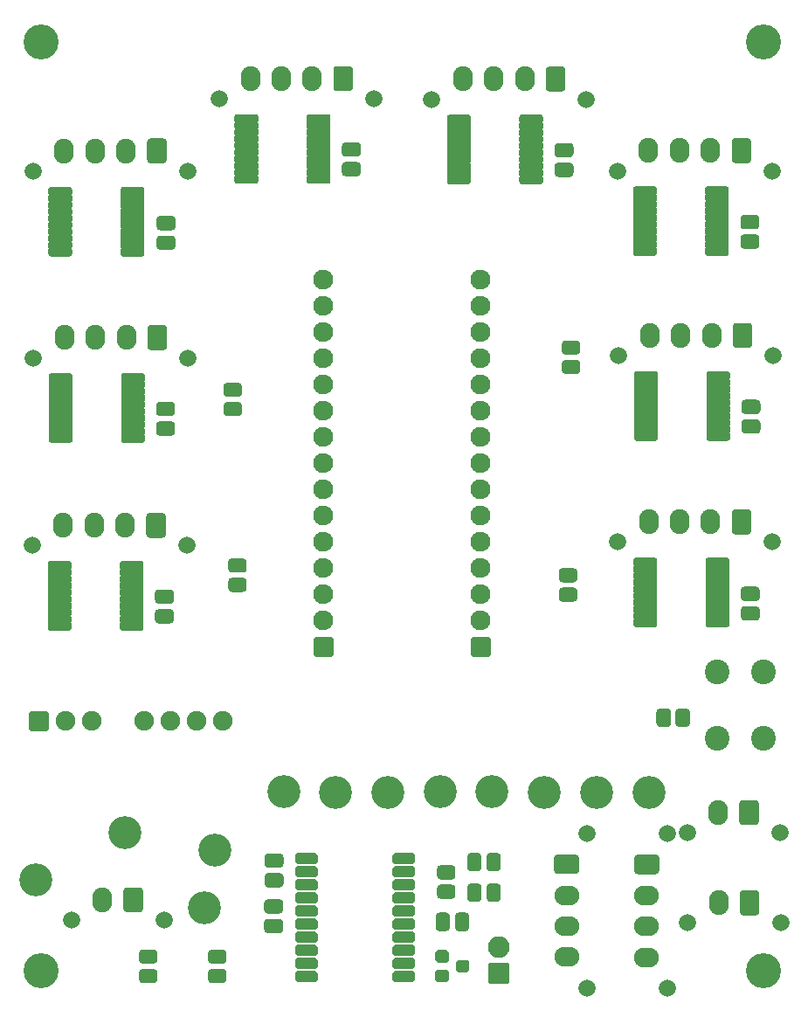
<source format=gts>
G04 #@! TF.GenerationSoftware,KiCad,Pcbnew,5.1.7-a382d34a8~88~ubuntu18.04.1*
G04 #@! TF.CreationDate,2020-12-12T14:30:32-06:00*
G04 #@! TF.ProjectId,RTDTemp,52544454-656d-4702-9e6b-696361645f70,Rev1.2+*
G04 #@! TF.SameCoordinates,Original*
G04 #@! TF.FileFunction,Soldermask,Top*
G04 #@! TF.FilePolarity,Negative*
%FSLAX46Y46*%
G04 Gerber Fmt 4.6, Leading zero omitted, Abs format (unit mm)*
G04 Created by KiCad (PCBNEW 5.1.7-a382d34a8~88~ubuntu18.04.1) date 2020-12-12 14:30:32*
%MOMM*%
%LPD*%
G01*
G04 APERTURE LIST*
%ADD10O,2.100000X2.100000*%
%ADD11C,3.200000*%
%ADD12C,1.670000*%
%ADD13O,2.420000X1.900000*%
%ADD14O,1.900000X2.420000*%
%ADD15C,1.908000*%
%ADD16C,1.930000*%
%ADD17C,2.400000*%
%ADD18C,3.400000*%
G04 APERTURE END LIST*
G36*
G01*
X66505000Y-109703750D02*
X66505000Y-110816250D01*
G75*
G02*
X66161250Y-111160000I-343750J0D01*
G01*
X65473750Y-111160000D01*
G75*
G02*
X65130000Y-110816250I0J343750D01*
G01*
X65130000Y-109703750D01*
G75*
G02*
X65473750Y-109360000I343750J0D01*
G01*
X66161250Y-109360000D01*
G75*
G02*
X66505000Y-109703750I0J-343750D01*
G01*
G37*
G36*
G01*
X64630000Y-109703750D02*
X64630000Y-110816250D01*
G75*
G02*
X64286250Y-111160000I-343750J0D01*
G01*
X63598750Y-111160000D01*
G75*
G02*
X63255000Y-110816250I0J343750D01*
G01*
X63255000Y-109703750D01*
G75*
G02*
X63598750Y-109360000I343750J0D01*
G01*
X64286250Y-109360000D01*
G75*
G02*
X64630000Y-109703750I0J-343750D01*
G01*
G37*
G36*
G01*
X70420000Y-114390000D02*
X70420000Y-116090000D01*
G75*
G02*
X70220000Y-116290000I-200000J0D01*
G01*
X68520000Y-116290000D01*
G75*
G02*
X68320000Y-116090000I0J200000D01*
G01*
X68320000Y-114390000D01*
G75*
G02*
X68520000Y-114190000I200000J0D01*
G01*
X70220000Y-114190000D01*
G75*
G02*
X70420000Y-114390000I0J-200000D01*
G01*
G37*
D10*
X69370000Y-112700000D03*
D11*
X78870000Y-97700000D03*
G36*
G01*
X68187500Y-105026250D02*
X68187500Y-103913750D01*
G75*
G02*
X68531250Y-103570000I343750J0D01*
G01*
X69218750Y-103570000D01*
G75*
G02*
X69562500Y-103913750I0J-343750D01*
G01*
X69562500Y-105026250D01*
G75*
G02*
X69218750Y-105370000I-343750J0D01*
G01*
X68531250Y-105370000D01*
G75*
G02*
X68187500Y-105026250I0J343750D01*
G01*
G37*
G36*
G01*
X66312500Y-105026250D02*
X66312500Y-103913750D01*
G75*
G02*
X66656250Y-103570000I343750J0D01*
G01*
X67343750Y-103570000D01*
G75*
G02*
X67687500Y-103913750I0J-343750D01*
G01*
X67687500Y-105026250D01*
G75*
G02*
X67343750Y-105370000I-343750J0D01*
G01*
X66656250Y-105370000D01*
G75*
G02*
X66312500Y-105026250I0J343750D01*
G01*
G37*
D12*
X77910000Y-101680000D03*
X77910000Y-116680000D03*
G36*
G01*
X75056666Y-103730000D02*
X76843334Y-103730000D01*
G75*
G02*
X77160000Y-104046666I0J-316666D01*
G01*
X77160000Y-105313334D01*
G75*
G02*
X76843334Y-105630000I-316666J0D01*
G01*
X75056666Y-105630000D01*
G75*
G02*
X74740000Y-105313334I0J316666D01*
G01*
X74740000Y-104046666D01*
G75*
G02*
X75056666Y-103730000I316666J0D01*
G01*
G37*
D13*
X75950000Y-107680000D03*
X75950000Y-110680000D03*
X75950000Y-113680000D03*
D12*
X85675000Y-101690000D03*
X85675000Y-116690000D03*
G36*
G01*
X82821666Y-103740000D02*
X84608334Y-103740000D01*
G75*
G02*
X84925000Y-104056666I0J-316666D01*
G01*
X84925000Y-105323334D01*
G75*
G02*
X84608334Y-105640000I-316666J0D01*
G01*
X82821666Y-105640000D01*
G75*
G02*
X82505000Y-105323334I0J316666D01*
G01*
X82505000Y-104056666D01*
G75*
G02*
X82821666Y-103740000I316666J0D01*
G01*
G37*
D13*
X83715000Y-107690000D03*
X83715000Y-110690000D03*
X83715000Y-113690000D03*
G36*
G01*
X46060000Y-38070000D02*
X46060000Y-38520000D01*
G75*
G02*
X45835000Y-38745000I-225000J0D01*
G01*
X43985000Y-38745000D01*
G75*
G02*
X43760000Y-38520000I0J225000D01*
G01*
X43760000Y-38070000D01*
G75*
G02*
X43985000Y-37845000I225000J0D01*
G01*
X45835000Y-37845000D01*
G75*
G02*
X46060000Y-38070000I0J-225000D01*
G01*
G37*
G36*
G01*
X46060000Y-37420000D02*
X46060000Y-37870000D01*
G75*
G02*
X45835000Y-38095000I-225000J0D01*
G01*
X43985000Y-38095000D01*
G75*
G02*
X43760000Y-37870000I0J225000D01*
G01*
X43760000Y-37420000D01*
G75*
G02*
X43985000Y-37195000I225000J0D01*
G01*
X45835000Y-37195000D01*
G75*
G02*
X46060000Y-37420000I0J-225000D01*
G01*
G37*
G36*
G01*
X46060000Y-36770000D02*
X46060000Y-37220000D01*
G75*
G02*
X45835000Y-37445000I-225000J0D01*
G01*
X43985000Y-37445000D01*
G75*
G02*
X43760000Y-37220000I0J225000D01*
G01*
X43760000Y-36770000D01*
G75*
G02*
X43985000Y-36545000I225000J0D01*
G01*
X45835000Y-36545000D01*
G75*
G02*
X46060000Y-36770000I0J-225000D01*
G01*
G37*
G36*
G01*
X46060000Y-36120000D02*
X46060000Y-36570000D01*
G75*
G02*
X45835000Y-36795000I-225000J0D01*
G01*
X43985000Y-36795000D01*
G75*
G02*
X43760000Y-36570000I0J225000D01*
G01*
X43760000Y-36120000D01*
G75*
G02*
X43985000Y-35895000I225000J0D01*
G01*
X45835000Y-35895000D01*
G75*
G02*
X46060000Y-36120000I0J-225000D01*
G01*
G37*
G36*
G01*
X46060000Y-35470000D02*
X46060000Y-35920000D01*
G75*
G02*
X45835000Y-36145000I-225000J0D01*
G01*
X43985000Y-36145000D01*
G75*
G02*
X43760000Y-35920000I0J225000D01*
G01*
X43760000Y-35470000D01*
G75*
G02*
X43985000Y-35245000I225000J0D01*
G01*
X45835000Y-35245000D01*
G75*
G02*
X46060000Y-35470000I0J-225000D01*
G01*
G37*
G36*
G01*
X46060000Y-34820000D02*
X46060000Y-35270000D01*
G75*
G02*
X45835000Y-35495000I-225000J0D01*
G01*
X43985000Y-35495000D01*
G75*
G02*
X43760000Y-35270000I0J225000D01*
G01*
X43760000Y-34820000D01*
G75*
G02*
X43985000Y-34595000I225000J0D01*
G01*
X45835000Y-34595000D01*
G75*
G02*
X46060000Y-34820000I0J-225000D01*
G01*
G37*
G36*
G01*
X46060000Y-34170000D02*
X46060000Y-34620000D01*
G75*
G02*
X45835000Y-34845000I-225000J0D01*
G01*
X43985000Y-34845000D01*
G75*
G02*
X43760000Y-34620000I0J225000D01*
G01*
X43760000Y-34170000D01*
G75*
G02*
X43985000Y-33945000I225000J0D01*
G01*
X45835000Y-33945000D01*
G75*
G02*
X46060000Y-34170000I0J-225000D01*
G01*
G37*
G36*
G01*
X46060000Y-33520000D02*
X46060000Y-33970000D01*
G75*
G02*
X45835000Y-34195000I-225000J0D01*
G01*
X43985000Y-34195000D01*
G75*
G02*
X43760000Y-33970000I0J225000D01*
G01*
X43760000Y-33520000D01*
G75*
G02*
X43985000Y-33295000I225000J0D01*
G01*
X45835000Y-33295000D01*
G75*
G02*
X46060000Y-33520000I0J-225000D01*
G01*
G37*
G36*
G01*
X46060000Y-32870000D02*
X46060000Y-33320000D01*
G75*
G02*
X45835000Y-33545000I-225000J0D01*
G01*
X43985000Y-33545000D01*
G75*
G02*
X43760000Y-33320000I0J225000D01*
G01*
X43760000Y-32870000D01*
G75*
G02*
X43985000Y-32645000I225000J0D01*
G01*
X45835000Y-32645000D01*
G75*
G02*
X46060000Y-32870000I0J-225000D01*
G01*
G37*
G36*
G01*
X46060000Y-32220000D02*
X46060000Y-32670000D01*
G75*
G02*
X45835000Y-32895000I-225000J0D01*
G01*
X43985000Y-32895000D01*
G75*
G02*
X43760000Y-32670000I0J225000D01*
G01*
X43760000Y-32220000D01*
G75*
G02*
X43985000Y-31995000I225000J0D01*
G01*
X45835000Y-31995000D01*
G75*
G02*
X46060000Y-32220000I0J-225000D01*
G01*
G37*
G36*
G01*
X53060000Y-32220000D02*
X53060000Y-32670000D01*
G75*
G02*
X52835000Y-32895000I-225000J0D01*
G01*
X50985000Y-32895000D01*
G75*
G02*
X50760000Y-32670000I0J225000D01*
G01*
X50760000Y-32220000D01*
G75*
G02*
X50985000Y-31995000I225000J0D01*
G01*
X52835000Y-31995000D01*
G75*
G02*
X53060000Y-32220000I0J-225000D01*
G01*
G37*
G36*
G01*
X53060000Y-32870000D02*
X53060000Y-33320000D01*
G75*
G02*
X52835000Y-33545000I-225000J0D01*
G01*
X50985000Y-33545000D01*
G75*
G02*
X50760000Y-33320000I0J225000D01*
G01*
X50760000Y-32870000D01*
G75*
G02*
X50985000Y-32645000I225000J0D01*
G01*
X52835000Y-32645000D01*
G75*
G02*
X53060000Y-32870000I0J-225000D01*
G01*
G37*
G36*
G01*
X53060000Y-33520000D02*
X53060000Y-33970000D01*
G75*
G02*
X52835000Y-34195000I-225000J0D01*
G01*
X50985000Y-34195000D01*
G75*
G02*
X50760000Y-33970000I0J225000D01*
G01*
X50760000Y-33520000D01*
G75*
G02*
X50985000Y-33295000I225000J0D01*
G01*
X52835000Y-33295000D01*
G75*
G02*
X53060000Y-33520000I0J-225000D01*
G01*
G37*
G36*
G01*
X53060000Y-34170000D02*
X53060000Y-34620000D01*
G75*
G02*
X52835000Y-34845000I-225000J0D01*
G01*
X50985000Y-34845000D01*
G75*
G02*
X50760000Y-34620000I0J225000D01*
G01*
X50760000Y-34170000D01*
G75*
G02*
X50985000Y-33945000I225000J0D01*
G01*
X52835000Y-33945000D01*
G75*
G02*
X53060000Y-34170000I0J-225000D01*
G01*
G37*
G36*
G01*
X53060000Y-34820000D02*
X53060000Y-35270000D01*
G75*
G02*
X52835000Y-35495000I-225000J0D01*
G01*
X50985000Y-35495000D01*
G75*
G02*
X50760000Y-35270000I0J225000D01*
G01*
X50760000Y-34820000D01*
G75*
G02*
X50985000Y-34595000I225000J0D01*
G01*
X52835000Y-34595000D01*
G75*
G02*
X53060000Y-34820000I0J-225000D01*
G01*
G37*
G36*
G01*
X53060000Y-35470000D02*
X53060000Y-35920000D01*
G75*
G02*
X52835000Y-36145000I-225000J0D01*
G01*
X50985000Y-36145000D01*
G75*
G02*
X50760000Y-35920000I0J225000D01*
G01*
X50760000Y-35470000D01*
G75*
G02*
X50985000Y-35245000I225000J0D01*
G01*
X52835000Y-35245000D01*
G75*
G02*
X53060000Y-35470000I0J-225000D01*
G01*
G37*
G36*
G01*
X53060000Y-36120000D02*
X53060000Y-36570000D01*
G75*
G02*
X52835000Y-36795000I-225000J0D01*
G01*
X50985000Y-36795000D01*
G75*
G02*
X50760000Y-36570000I0J225000D01*
G01*
X50760000Y-36120000D01*
G75*
G02*
X50985000Y-35895000I225000J0D01*
G01*
X52835000Y-35895000D01*
G75*
G02*
X53060000Y-36120000I0J-225000D01*
G01*
G37*
G36*
G01*
X53060000Y-36770000D02*
X53060000Y-37220000D01*
G75*
G02*
X52835000Y-37445000I-225000J0D01*
G01*
X50985000Y-37445000D01*
G75*
G02*
X50760000Y-37220000I0J225000D01*
G01*
X50760000Y-36770000D01*
G75*
G02*
X50985000Y-36545000I225000J0D01*
G01*
X52835000Y-36545000D01*
G75*
G02*
X53060000Y-36770000I0J-225000D01*
G01*
G37*
G36*
G01*
X53060000Y-37420000D02*
X53060000Y-37870000D01*
G75*
G02*
X52835000Y-38095000I-225000J0D01*
G01*
X50985000Y-38095000D01*
G75*
G02*
X50760000Y-37870000I0J225000D01*
G01*
X50760000Y-37420000D01*
G75*
G02*
X50985000Y-37195000I225000J0D01*
G01*
X52835000Y-37195000D01*
G75*
G02*
X53060000Y-37420000I0J-225000D01*
G01*
G37*
G36*
G01*
X53060000Y-38070000D02*
X53060000Y-38520000D01*
G75*
G02*
X52835000Y-38745000I-225000J0D01*
G01*
X50985000Y-38745000D01*
G75*
G02*
X50760000Y-38520000I0J225000D01*
G01*
X50760000Y-38070000D01*
G75*
G02*
X50985000Y-37845000I225000J0D01*
G01*
X52835000Y-37845000D01*
G75*
G02*
X53060000Y-38070000I0J-225000D01*
G01*
G37*
G36*
G01*
X91730000Y-81040000D02*
X91730000Y-81490000D01*
G75*
G02*
X91505000Y-81715000I-225000J0D01*
G01*
X89655000Y-81715000D01*
G75*
G02*
X89430000Y-81490000I0J225000D01*
G01*
X89430000Y-81040000D01*
G75*
G02*
X89655000Y-80815000I225000J0D01*
G01*
X91505000Y-80815000D01*
G75*
G02*
X91730000Y-81040000I0J-225000D01*
G01*
G37*
G36*
G01*
X91730000Y-80390000D02*
X91730000Y-80840000D01*
G75*
G02*
X91505000Y-81065000I-225000J0D01*
G01*
X89655000Y-81065000D01*
G75*
G02*
X89430000Y-80840000I0J225000D01*
G01*
X89430000Y-80390000D01*
G75*
G02*
X89655000Y-80165000I225000J0D01*
G01*
X91505000Y-80165000D01*
G75*
G02*
X91730000Y-80390000I0J-225000D01*
G01*
G37*
G36*
G01*
X91730000Y-79740000D02*
X91730000Y-80190000D01*
G75*
G02*
X91505000Y-80415000I-225000J0D01*
G01*
X89655000Y-80415000D01*
G75*
G02*
X89430000Y-80190000I0J225000D01*
G01*
X89430000Y-79740000D01*
G75*
G02*
X89655000Y-79515000I225000J0D01*
G01*
X91505000Y-79515000D01*
G75*
G02*
X91730000Y-79740000I0J-225000D01*
G01*
G37*
G36*
G01*
X91730000Y-79090000D02*
X91730000Y-79540000D01*
G75*
G02*
X91505000Y-79765000I-225000J0D01*
G01*
X89655000Y-79765000D01*
G75*
G02*
X89430000Y-79540000I0J225000D01*
G01*
X89430000Y-79090000D01*
G75*
G02*
X89655000Y-78865000I225000J0D01*
G01*
X91505000Y-78865000D01*
G75*
G02*
X91730000Y-79090000I0J-225000D01*
G01*
G37*
G36*
G01*
X91730000Y-78440000D02*
X91730000Y-78890000D01*
G75*
G02*
X91505000Y-79115000I-225000J0D01*
G01*
X89655000Y-79115000D01*
G75*
G02*
X89430000Y-78890000I0J225000D01*
G01*
X89430000Y-78440000D01*
G75*
G02*
X89655000Y-78215000I225000J0D01*
G01*
X91505000Y-78215000D01*
G75*
G02*
X91730000Y-78440000I0J-225000D01*
G01*
G37*
G36*
G01*
X91730000Y-77790000D02*
X91730000Y-78240000D01*
G75*
G02*
X91505000Y-78465000I-225000J0D01*
G01*
X89655000Y-78465000D01*
G75*
G02*
X89430000Y-78240000I0J225000D01*
G01*
X89430000Y-77790000D01*
G75*
G02*
X89655000Y-77565000I225000J0D01*
G01*
X91505000Y-77565000D01*
G75*
G02*
X91730000Y-77790000I0J-225000D01*
G01*
G37*
G36*
G01*
X91730000Y-77140000D02*
X91730000Y-77590000D01*
G75*
G02*
X91505000Y-77815000I-225000J0D01*
G01*
X89655000Y-77815000D01*
G75*
G02*
X89430000Y-77590000I0J225000D01*
G01*
X89430000Y-77140000D01*
G75*
G02*
X89655000Y-76915000I225000J0D01*
G01*
X91505000Y-76915000D01*
G75*
G02*
X91730000Y-77140000I0J-225000D01*
G01*
G37*
G36*
G01*
X91730000Y-76490000D02*
X91730000Y-76940000D01*
G75*
G02*
X91505000Y-77165000I-225000J0D01*
G01*
X89655000Y-77165000D01*
G75*
G02*
X89430000Y-76940000I0J225000D01*
G01*
X89430000Y-76490000D01*
G75*
G02*
X89655000Y-76265000I225000J0D01*
G01*
X91505000Y-76265000D01*
G75*
G02*
X91730000Y-76490000I0J-225000D01*
G01*
G37*
G36*
G01*
X91730000Y-75840000D02*
X91730000Y-76290000D01*
G75*
G02*
X91505000Y-76515000I-225000J0D01*
G01*
X89655000Y-76515000D01*
G75*
G02*
X89430000Y-76290000I0J225000D01*
G01*
X89430000Y-75840000D01*
G75*
G02*
X89655000Y-75615000I225000J0D01*
G01*
X91505000Y-75615000D01*
G75*
G02*
X91730000Y-75840000I0J-225000D01*
G01*
G37*
G36*
G01*
X91730000Y-75190000D02*
X91730000Y-75640000D01*
G75*
G02*
X91505000Y-75865000I-225000J0D01*
G01*
X89655000Y-75865000D01*
G75*
G02*
X89430000Y-75640000I0J225000D01*
G01*
X89430000Y-75190000D01*
G75*
G02*
X89655000Y-74965000I225000J0D01*
G01*
X91505000Y-74965000D01*
G75*
G02*
X91730000Y-75190000I0J-225000D01*
G01*
G37*
G36*
G01*
X84730000Y-75190000D02*
X84730000Y-75640000D01*
G75*
G02*
X84505000Y-75865000I-225000J0D01*
G01*
X82655000Y-75865000D01*
G75*
G02*
X82430000Y-75640000I0J225000D01*
G01*
X82430000Y-75190000D01*
G75*
G02*
X82655000Y-74965000I225000J0D01*
G01*
X84505000Y-74965000D01*
G75*
G02*
X84730000Y-75190000I0J-225000D01*
G01*
G37*
G36*
G01*
X84730000Y-75840000D02*
X84730000Y-76290000D01*
G75*
G02*
X84505000Y-76515000I-225000J0D01*
G01*
X82655000Y-76515000D01*
G75*
G02*
X82430000Y-76290000I0J225000D01*
G01*
X82430000Y-75840000D01*
G75*
G02*
X82655000Y-75615000I225000J0D01*
G01*
X84505000Y-75615000D01*
G75*
G02*
X84730000Y-75840000I0J-225000D01*
G01*
G37*
G36*
G01*
X84730000Y-76490000D02*
X84730000Y-76940000D01*
G75*
G02*
X84505000Y-77165000I-225000J0D01*
G01*
X82655000Y-77165000D01*
G75*
G02*
X82430000Y-76940000I0J225000D01*
G01*
X82430000Y-76490000D01*
G75*
G02*
X82655000Y-76265000I225000J0D01*
G01*
X84505000Y-76265000D01*
G75*
G02*
X84730000Y-76490000I0J-225000D01*
G01*
G37*
G36*
G01*
X84730000Y-77140000D02*
X84730000Y-77590000D01*
G75*
G02*
X84505000Y-77815000I-225000J0D01*
G01*
X82655000Y-77815000D01*
G75*
G02*
X82430000Y-77590000I0J225000D01*
G01*
X82430000Y-77140000D01*
G75*
G02*
X82655000Y-76915000I225000J0D01*
G01*
X84505000Y-76915000D01*
G75*
G02*
X84730000Y-77140000I0J-225000D01*
G01*
G37*
G36*
G01*
X84730000Y-77790000D02*
X84730000Y-78240000D01*
G75*
G02*
X84505000Y-78465000I-225000J0D01*
G01*
X82655000Y-78465000D01*
G75*
G02*
X82430000Y-78240000I0J225000D01*
G01*
X82430000Y-77790000D01*
G75*
G02*
X82655000Y-77565000I225000J0D01*
G01*
X84505000Y-77565000D01*
G75*
G02*
X84730000Y-77790000I0J-225000D01*
G01*
G37*
G36*
G01*
X84730000Y-78440000D02*
X84730000Y-78890000D01*
G75*
G02*
X84505000Y-79115000I-225000J0D01*
G01*
X82655000Y-79115000D01*
G75*
G02*
X82430000Y-78890000I0J225000D01*
G01*
X82430000Y-78440000D01*
G75*
G02*
X82655000Y-78215000I225000J0D01*
G01*
X84505000Y-78215000D01*
G75*
G02*
X84730000Y-78440000I0J-225000D01*
G01*
G37*
G36*
G01*
X84730000Y-79090000D02*
X84730000Y-79540000D01*
G75*
G02*
X84505000Y-79765000I-225000J0D01*
G01*
X82655000Y-79765000D01*
G75*
G02*
X82430000Y-79540000I0J225000D01*
G01*
X82430000Y-79090000D01*
G75*
G02*
X82655000Y-78865000I225000J0D01*
G01*
X84505000Y-78865000D01*
G75*
G02*
X84730000Y-79090000I0J-225000D01*
G01*
G37*
G36*
G01*
X84730000Y-79740000D02*
X84730000Y-80190000D01*
G75*
G02*
X84505000Y-80415000I-225000J0D01*
G01*
X82655000Y-80415000D01*
G75*
G02*
X82430000Y-80190000I0J225000D01*
G01*
X82430000Y-79740000D01*
G75*
G02*
X82655000Y-79515000I225000J0D01*
G01*
X84505000Y-79515000D01*
G75*
G02*
X84730000Y-79740000I0J-225000D01*
G01*
G37*
G36*
G01*
X84730000Y-80390000D02*
X84730000Y-80840000D01*
G75*
G02*
X84505000Y-81065000I-225000J0D01*
G01*
X82655000Y-81065000D01*
G75*
G02*
X82430000Y-80840000I0J225000D01*
G01*
X82430000Y-80390000D01*
G75*
G02*
X82655000Y-80165000I225000J0D01*
G01*
X84505000Y-80165000D01*
G75*
G02*
X84730000Y-80390000I0J-225000D01*
G01*
G37*
G36*
G01*
X84730000Y-81040000D02*
X84730000Y-81490000D01*
G75*
G02*
X84505000Y-81715000I-225000J0D01*
G01*
X82655000Y-81715000D01*
G75*
G02*
X82430000Y-81490000I0J225000D01*
G01*
X82430000Y-81040000D01*
G75*
G02*
X82655000Y-80815000I225000J0D01*
G01*
X84505000Y-80815000D01*
G75*
G02*
X84730000Y-81040000I0J-225000D01*
G01*
G37*
D14*
X83900000Y-71500000D03*
X86900000Y-71500000D03*
X89900000Y-71500000D03*
G36*
G01*
X93850000Y-70606666D02*
X93850000Y-72393334D01*
G75*
G02*
X93533334Y-72710000I-316666J0D01*
G01*
X92266666Y-72710000D01*
G75*
G02*
X91950000Y-72393334I0J316666D01*
G01*
X91950000Y-70606666D01*
G75*
G02*
X92266666Y-70290000I316666J0D01*
G01*
X93533334Y-70290000D01*
G75*
G02*
X93850000Y-70606666I0J-316666D01*
G01*
G37*
D12*
X80900000Y-73460000D03*
X95900000Y-73460000D03*
G36*
G01*
X94325000Y-81070000D02*
X93175000Y-81070000D01*
G75*
G02*
X92825000Y-80720000I0J350000D01*
G01*
X92825000Y-80020000D01*
G75*
G02*
X93175000Y-79670000I350000J0D01*
G01*
X94325000Y-79670000D01*
G75*
G02*
X94675000Y-80020000I0J-350000D01*
G01*
X94675000Y-80720000D01*
G75*
G02*
X94325000Y-81070000I-350000J0D01*
G01*
G37*
G36*
G01*
X94325000Y-79170000D02*
X93175000Y-79170000D01*
G75*
G02*
X92825000Y-78820000I0J350000D01*
G01*
X92825000Y-78120000D01*
G75*
G02*
X93175000Y-77770000I350000J0D01*
G01*
X94325000Y-77770000D01*
G75*
G02*
X94675000Y-78120000I0J-350000D01*
G01*
X94675000Y-78820000D01*
G75*
G02*
X94325000Y-79170000I-350000J0D01*
G01*
G37*
G36*
G01*
X27950000Y-81370000D02*
X27950000Y-81820000D01*
G75*
G02*
X27725000Y-82045000I-225000J0D01*
G01*
X25875000Y-82045000D01*
G75*
G02*
X25650000Y-81820000I0J225000D01*
G01*
X25650000Y-81370000D01*
G75*
G02*
X25875000Y-81145000I225000J0D01*
G01*
X27725000Y-81145000D01*
G75*
G02*
X27950000Y-81370000I0J-225000D01*
G01*
G37*
G36*
G01*
X27950000Y-80720000D02*
X27950000Y-81170000D01*
G75*
G02*
X27725000Y-81395000I-225000J0D01*
G01*
X25875000Y-81395000D01*
G75*
G02*
X25650000Y-81170000I0J225000D01*
G01*
X25650000Y-80720000D01*
G75*
G02*
X25875000Y-80495000I225000J0D01*
G01*
X27725000Y-80495000D01*
G75*
G02*
X27950000Y-80720000I0J-225000D01*
G01*
G37*
G36*
G01*
X27950000Y-80070000D02*
X27950000Y-80520000D01*
G75*
G02*
X27725000Y-80745000I-225000J0D01*
G01*
X25875000Y-80745000D01*
G75*
G02*
X25650000Y-80520000I0J225000D01*
G01*
X25650000Y-80070000D01*
G75*
G02*
X25875000Y-79845000I225000J0D01*
G01*
X27725000Y-79845000D01*
G75*
G02*
X27950000Y-80070000I0J-225000D01*
G01*
G37*
G36*
G01*
X27950000Y-79420000D02*
X27950000Y-79870000D01*
G75*
G02*
X27725000Y-80095000I-225000J0D01*
G01*
X25875000Y-80095000D01*
G75*
G02*
X25650000Y-79870000I0J225000D01*
G01*
X25650000Y-79420000D01*
G75*
G02*
X25875000Y-79195000I225000J0D01*
G01*
X27725000Y-79195000D01*
G75*
G02*
X27950000Y-79420000I0J-225000D01*
G01*
G37*
G36*
G01*
X27950000Y-78770000D02*
X27950000Y-79220000D01*
G75*
G02*
X27725000Y-79445000I-225000J0D01*
G01*
X25875000Y-79445000D01*
G75*
G02*
X25650000Y-79220000I0J225000D01*
G01*
X25650000Y-78770000D01*
G75*
G02*
X25875000Y-78545000I225000J0D01*
G01*
X27725000Y-78545000D01*
G75*
G02*
X27950000Y-78770000I0J-225000D01*
G01*
G37*
G36*
G01*
X27950000Y-78120000D02*
X27950000Y-78570000D01*
G75*
G02*
X27725000Y-78795000I-225000J0D01*
G01*
X25875000Y-78795000D01*
G75*
G02*
X25650000Y-78570000I0J225000D01*
G01*
X25650000Y-78120000D01*
G75*
G02*
X25875000Y-77895000I225000J0D01*
G01*
X27725000Y-77895000D01*
G75*
G02*
X27950000Y-78120000I0J-225000D01*
G01*
G37*
G36*
G01*
X27950000Y-77470000D02*
X27950000Y-77920000D01*
G75*
G02*
X27725000Y-78145000I-225000J0D01*
G01*
X25875000Y-78145000D01*
G75*
G02*
X25650000Y-77920000I0J225000D01*
G01*
X25650000Y-77470000D01*
G75*
G02*
X25875000Y-77245000I225000J0D01*
G01*
X27725000Y-77245000D01*
G75*
G02*
X27950000Y-77470000I0J-225000D01*
G01*
G37*
G36*
G01*
X27950000Y-76820000D02*
X27950000Y-77270000D01*
G75*
G02*
X27725000Y-77495000I-225000J0D01*
G01*
X25875000Y-77495000D01*
G75*
G02*
X25650000Y-77270000I0J225000D01*
G01*
X25650000Y-76820000D01*
G75*
G02*
X25875000Y-76595000I225000J0D01*
G01*
X27725000Y-76595000D01*
G75*
G02*
X27950000Y-76820000I0J-225000D01*
G01*
G37*
G36*
G01*
X27950000Y-76170000D02*
X27950000Y-76620000D01*
G75*
G02*
X27725000Y-76845000I-225000J0D01*
G01*
X25875000Y-76845000D01*
G75*
G02*
X25650000Y-76620000I0J225000D01*
G01*
X25650000Y-76170000D01*
G75*
G02*
X25875000Y-75945000I225000J0D01*
G01*
X27725000Y-75945000D01*
G75*
G02*
X27950000Y-76170000I0J-225000D01*
G01*
G37*
G36*
G01*
X27950000Y-75520000D02*
X27950000Y-75970000D01*
G75*
G02*
X27725000Y-76195000I-225000J0D01*
G01*
X25875000Y-76195000D01*
G75*
G02*
X25650000Y-75970000I0J225000D01*
G01*
X25650000Y-75520000D01*
G75*
G02*
X25875000Y-75295000I225000J0D01*
G01*
X27725000Y-75295000D01*
G75*
G02*
X27950000Y-75520000I0J-225000D01*
G01*
G37*
G36*
G01*
X34950000Y-75520000D02*
X34950000Y-75970000D01*
G75*
G02*
X34725000Y-76195000I-225000J0D01*
G01*
X32875000Y-76195000D01*
G75*
G02*
X32650000Y-75970000I0J225000D01*
G01*
X32650000Y-75520000D01*
G75*
G02*
X32875000Y-75295000I225000J0D01*
G01*
X34725000Y-75295000D01*
G75*
G02*
X34950000Y-75520000I0J-225000D01*
G01*
G37*
G36*
G01*
X34950000Y-76170000D02*
X34950000Y-76620000D01*
G75*
G02*
X34725000Y-76845000I-225000J0D01*
G01*
X32875000Y-76845000D01*
G75*
G02*
X32650000Y-76620000I0J225000D01*
G01*
X32650000Y-76170000D01*
G75*
G02*
X32875000Y-75945000I225000J0D01*
G01*
X34725000Y-75945000D01*
G75*
G02*
X34950000Y-76170000I0J-225000D01*
G01*
G37*
G36*
G01*
X34950000Y-76820000D02*
X34950000Y-77270000D01*
G75*
G02*
X34725000Y-77495000I-225000J0D01*
G01*
X32875000Y-77495000D01*
G75*
G02*
X32650000Y-77270000I0J225000D01*
G01*
X32650000Y-76820000D01*
G75*
G02*
X32875000Y-76595000I225000J0D01*
G01*
X34725000Y-76595000D01*
G75*
G02*
X34950000Y-76820000I0J-225000D01*
G01*
G37*
G36*
G01*
X34950000Y-77470000D02*
X34950000Y-77920000D01*
G75*
G02*
X34725000Y-78145000I-225000J0D01*
G01*
X32875000Y-78145000D01*
G75*
G02*
X32650000Y-77920000I0J225000D01*
G01*
X32650000Y-77470000D01*
G75*
G02*
X32875000Y-77245000I225000J0D01*
G01*
X34725000Y-77245000D01*
G75*
G02*
X34950000Y-77470000I0J-225000D01*
G01*
G37*
G36*
G01*
X34950000Y-78120000D02*
X34950000Y-78570000D01*
G75*
G02*
X34725000Y-78795000I-225000J0D01*
G01*
X32875000Y-78795000D01*
G75*
G02*
X32650000Y-78570000I0J225000D01*
G01*
X32650000Y-78120000D01*
G75*
G02*
X32875000Y-77895000I225000J0D01*
G01*
X34725000Y-77895000D01*
G75*
G02*
X34950000Y-78120000I0J-225000D01*
G01*
G37*
G36*
G01*
X34950000Y-78770000D02*
X34950000Y-79220000D01*
G75*
G02*
X34725000Y-79445000I-225000J0D01*
G01*
X32875000Y-79445000D01*
G75*
G02*
X32650000Y-79220000I0J225000D01*
G01*
X32650000Y-78770000D01*
G75*
G02*
X32875000Y-78545000I225000J0D01*
G01*
X34725000Y-78545000D01*
G75*
G02*
X34950000Y-78770000I0J-225000D01*
G01*
G37*
G36*
G01*
X34950000Y-79420000D02*
X34950000Y-79870000D01*
G75*
G02*
X34725000Y-80095000I-225000J0D01*
G01*
X32875000Y-80095000D01*
G75*
G02*
X32650000Y-79870000I0J225000D01*
G01*
X32650000Y-79420000D01*
G75*
G02*
X32875000Y-79195000I225000J0D01*
G01*
X34725000Y-79195000D01*
G75*
G02*
X34950000Y-79420000I0J-225000D01*
G01*
G37*
G36*
G01*
X34950000Y-80070000D02*
X34950000Y-80520000D01*
G75*
G02*
X34725000Y-80745000I-225000J0D01*
G01*
X32875000Y-80745000D01*
G75*
G02*
X32650000Y-80520000I0J225000D01*
G01*
X32650000Y-80070000D01*
G75*
G02*
X32875000Y-79845000I225000J0D01*
G01*
X34725000Y-79845000D01*
G75*
G02*
X34950000Y-80070000I0J-225000D01*
G01*
G37*
G36*
G01*
X34950000Y-80720000D02*
X34950000Y-81170000D01*
G75*
G02*
X34725000Y-81395000I-225000J0D01*
G01*
X32875000Y-81395000D01*
G75*
G02*
X32650000Y-81170000I0J225000D01*
G01*
X32650000Y-80720000D01*
G75*
G02*
X32875000Y-80495000I225000J0D01*
G01*
X34725000Y-80495000D01*
G75*
G02*
X34950000Y-80720000I0J-225000D01*
G01*
G37*
G36*
G01*
X34950000Y-81370000D02*
X34950000Y-81820000D01*
G75*
G02*
X34725000Y-82045000I-225000J0D01*
G01*
X32875000Y-82045000D01*
G75*
G02*
X32650000Y-81820000I0J225000D01*
G01*
X32650000Y-81370000D01*
G75*
G02*
X32875000Y-81145000I225000J0D01*
G01*
X34725000Y-81145000D01*
G75*
G02*
X34950000Y-81370000I0J-225000D01*
G01*
G37*
X39160000Y-73800000D03*
X24160000Y-73800000D03*
G36*
G01*
X37110000Y-70946666D02*
X37110000Y-72733334D01*
G75*
G02*
X36793334Y-73050000I-316666J0D01*
G01*
X35526666Y-73050000D01*
G75*
G02*
X35210000Y-72733334I0J316666D01*
G01*
X35210000Y-70946666D01*
G75*
G02*
X35526666Y-70630000I316666J0D01*
G01*
X36793334Y-70630000D01*
G75*
G02*
X37110000Y-70946666I0J-316666D01*
G01*
G37*
D14*
X33160000Y-71840000D03*
X30160000Y-71840000D03*
X27160000Y-71840000D03*
G36*
G01*
X37545000Y-79450000D02*
X36395000Y-79450000D01*
G75*
G02*
X36045000Y-79100000I0J350000D01*
G01*
X36045000Y-78400000D01*
G75*
G02*
X36395000Y-78050000I350000J0D01*
G01*
X37545000Y-78050000D01*
G75*
G02*
X37895000Y-78400000I0J-350000D01*
G01*
X37895000Y-79100000D01*
G75*
G02*
X37545000Y-79450000I-350000J0D01*
G01*
G37*
G36*
G01*
X37545000Y-81350000D02*
X36395000Y-81350000D01*
G75*
G02*
X36045000Y-81000000I0J350000D01*
G01*
X36045000Y-80300000D01*
G75*
G02*
X36395000Y-79950000I350000J0D01*
G01*
X37545000Y-79950000D01*
G75*
G02*
X37895000Y-80300000I0J-350000D01*
G01*
X37895000Y-81000000D01*
G75*
G02*
X37545000Y-81350000I-350000J0D01*
G01*
G37*
G36*
G01*
X84790000Y-62980000D02*
X84790000Y-63430000D01*
G75*
G02*
X84565000Y-63655000I-225000J0D01*
G01*
X82715000Y-63655000D01*
G75*
G02*
X82490000Y-63430000I0J225000D01*
G01*
X82490000Y-62980000D01*
G75*
G02*
X82715000Y-62755000I225000J0D01*
G01*
X84565000Y-62755000D01*
G75*
G02*
X84790000Y-62980000I0J-225000D01*
G01*
G37*
G36*
G01*
X84790000Y-62330000D02*
X84790000Y-62780000D01*
G75*
G02*
X84565000Y-63005000I-225000J0D01*
G01*
X82715000Y-63005000D01*
G75*
G02*
X82490000Y-62780000I0J225000D01*
G01*
X82490000Y-62330000D01*
G75*
G02*
X82715000Y-62105000I225000J0D01*
G01*
X84565000Y-62105000D01*
G75*
G02*
X84790000Y-62330000I0J-225000D01*
G01*
G37*
G36*
G01*
X84790000Y-61680000D02*
X84790000Y-62130000D01*
G75*
G02*
X84565000Y-62355000I-225000J0D01*
G01*
X82715000Y-62355000D01*
G75*
G02*
X82490000Y-62130000I0J225000D01*
G01*
X82490000Y-61680000D01*
G75*
G02*
X82715000Y-61455000I225000J0D01*
G01*
X84565000Y-61455000D01*
G75*
G02*
X84790000Y-61680000I0J-225000D01*
G01*
G37*
G36*
G01*
X84790000Y-61030000D02*
X84790000Y-61480000D01*
G75*
G02*
X84565000Y-61705000I-225000J0D01*
G01*
X82715000Y-61705000D01*
G75*
G02*
X82490000Y-61480000I0J225000D01*
G01*
X82490000Y-61030000D01*
G75*
G02*
X82715000Y-60805000I225000J0D01*
G01*
X84565000Y-60805000D01*
G75*
G02*
X84790000Y-61030000I0J-225000D01*
G01*
G37*
G36*
G01*
X84790000Y-60380000D02*
X84790000Y-60830000D01*
G75*
G02*
X84565000Y-61055000I-225000J0D01*
G01*
X82715000Y-61055000D01*
G75*
G02*
X82490000Y-60830000I0J225000D01*
G01*
X82490000Y-60380000D01*
G75*
G02*
X82715000Y-60155000I225000J0D01*
G01*
X84565000Y-60155000D01*
G75*
G02*
X84790000Y-60380000I0J-225000D01*
G01*
G37*
G36*
G01*
X84790000Y-59730000D02*
X84790000Y-60180000D01*
G75*
G02*
X84565000Y-60405000I-225000J0D01*
G01*
X82715000Y-60405000D01*
G75*
G02*
X82490000Y-60180000I0J225000D01*
G01*
X82490000Y-59730000D01*
G75*
G02*
X82715000Y-59505000I225000J0D01*
G01*
X84565000Y-59505000D01*
G75*
G02*
X84790000Y-59730000I0J-225000D01*
G01*
G37*
G36*
G01*
X84790000Y-59080000D02*
X84790000Y-59530000D01*
G75*
G02*
X84565000Y-59755000I-225000J0D01*
G01*
X82715000Y-59755000D01*
G75*
G02*
X82490000Y-59530000I0J225000D01*
G01*
X82490000Y-59080000D01*
G75*
G02*
X82715000Y-58855000I225000J0D01*
G01*
X84565000Y-58855000D01*
G75*
G02*
X84790000Y-59080000I0J-225000D01*
G01*
G37*
G36*
G01*
X84790000Y-58430000D02*
X84790000Y-58880000D01*
G75*
G02*
X84565000Y-59105000I-225000J0D01*
G01*
X82715000Y-59105000D01*
G75*
G02*
X82490000Y-58880000I0J225000D01*
G01*
X82490000Y-58430000D01*
G75*
G02*
X82715000Y-58205000I225000J0D01*
G01*
X84565000Y-58205000D01*
G75*
G02*
X84790000Y-58430000I0J-225000D01*
G01*
G37*
G36*
G01*
X84790000Y-57780000D02*
X84790000Y-58230000D01*
G75*
G02*
X84565000Y-58455000I-225000J0D01*
G01*
X82715000Y-58455000D01*
G75*
G02*
X82490000Y-58230000I0J225000D01*
G01*
X82490000Y-57780000D01*
G75*
G02*
X82715000Y-57555000I225000J0D01*
G01*
X84565000Y-57555000D01*
G75*
G02*
X84790000Y-57780000I0J-225000D01*
G01*
G37*
G36*
G01*
X84790000Y-57130000D02*
X84790000Y-57580000D01*
G75*
G02*
X84565000Y-57805000I-225000J0D01*
G01*
X82715000Y-57805000D01*
G75*
G02*
X82490000Y-57580000I0J225000D01*
G01*
X82490000Y-57130000D01*
G75*
G02*
X82715000Y-56905000I225000J0D01*
G01*
X84565000Y-56905000D01*
G75*
G02*
X84790000Y-57130000I0J-225000D01*
G01*
G37*
G36*
G01*
X91790000Y-57130000D02*
X91790000Y-57580000D01*
G75*
G02*
X91565000Y-57805000I-225000J0D01*
G01*
X89715000Y-57805000D01*
G75*
G02*
X89490000Y-57580000I0J225000D01*
G01*
X89490000Y-57130000D01*
G75*
G02*
X89715000Y-56905000I225000J0D01*
G01*
X91565000Y-56905000D01*
G75*
G02*
X91790000Y-57130000I0J-225000D01*
G01*
G37*
G36*
G01*
X91790000Y-57780000D02*
X91790000Y-58230000D01*
G75*
G02*
X91565000Y-58455000I-225000J0D01*
G01*
X89715000Y-58455000D01*
G75*
G02*
X89490000Y-58230000I0J225000D01*
G01*
X89490000Y-57780000D01*
G75*
G02*
X89715000Y-57555000I225000J0D01*
G01*
X91565000Y-57555000D01*
G75*
G02*
X91790000Y-57780000I0J-225000D01*
G01*
G37*
G36*
G01*
X91790000Y-58430000D02*
X91790000Y-58880000D01*
G75*
G02*
X91565000Y-59105000I-225000J0D01*
G01*
X89715000Y-59105000D01*
G75*
G02*
X89490000Y-58880000I0J225000D01*
G01*
X89490000Y-58430000D01*
G75*
G02*
X89715000Y-58205000I225000J0D01*
G01*
X91565000Y-58205000D01*
G75*
G02*
X91790000Y-58430000I0J-225000D01*
G01*
G37*
G36*
G01*
X91790000Y-59080000D02*
X91790000Y-59530000D01*
G75*
G02*
X91565000Y-59755000I-225000J0D01*
G01*
X89715000Y-59755000D01*
G75*
G02*
X89490000Y-59530000I0J225000D01*
G01*
X89490000Y-59080000D01*
G75*
G02*
X89715000Y-58855000I225000J0D01*
G01*
X91565000Y-58855000D01*
G75*
G02*
X91790000Y-59080000I0J-225000D01*
G01*
G37*
G36*
G01*
X91790000Y-59730000D02*
X91790000Y-60180000D01*
G75*
G02*
X91565000Y-60405000I-225000J0D01*
G01*
X89715000Y-60405000D01*
G75*
G02*
X89490000Y-60180000I0J225000D01*
G01*
X89490000Y-59730000D01*
G75*
G02*
X89715000Y-59505000I225000J0D01*
G01*
X91565000Y-59505000D01*
G75*
G02*
X91790000Y-59730000I0J-225000D01*
G01*
G37*
G36*
G01*
X91790000Y-60380000D02*
X91790000Y-60830000D01*
G75*
G02*
X91565000Y-61055000I-225000J0D01*
G01*
X89715000Y-61055000D01*
G75*
G02*
X89490000Y-60830000I0J225000D01*
G01*
X89490000Y-60380000D01*
G75*
G02*
X89715000Y-60155000I225000J0D01*
G01*
X91565000Y-60155000D01*
G75*
G02*
X91790000Y-60380000I0J-225000D01*
G01*
G37*
G36*
G01*
X91790000Y-61030000D02*
X91790000Y-61480000D01*
G75*
G02*
X91565000Y-61705000I-225000J0D01*
G01*
X89715000Y-61705000D01*
G75*
G02*
X89490000Y-61480000I0J225000D01*
G01*
X89490000Y-61030000D01*
G75*
G02*
X89715000Y-60805000I225000J0D01*
G01*
X91565000Y-60805000D01*
G75*
G02*
X91790000Y-61030000I0J-225000D01*
G01*
G37*
G36*
G01*
X91790000Y-61680000D02*
X91790000Y-62130000D01*
G75*
G02*
X91565000Y-62355000I-225000J0D01*
G01*
X89715000Y-62355000D01*
G75*
G02*
X89490000Y-62130000I0J225000D01*
G01*
X89490000Y-61680000D01*
G75*
G02*
X89715000Y-61455000I225000J0D01*
G01*
X91565000Y-61455000D01*
G75*
G02*
X91790000Y-61680000I0J-225000D01*
G01*
G37*
G36*
G01*
X91790000Y-62330000D02*
X91790000Y-62780000D01*
G75*
G02*
X91565000Y-63005000I-225000J0D01*
G01*
X89715000Y-63005000D01*
G75*
G02*
X89490000Y-62780000I0J225000D01*
G01*
X89490000Y-62330000D01*
G75*
G02*
X89715000Y-62105000I225000J0D01*
G01*
X91565000Y-62105000D01*
G75*
G02*
X91790000Y-62330000I0J-225000D01*
G01*
G37*
G36*
G01*
X91790000Y-62980000D02*
X91790000Y-63430000D01*
G75*
G02*
X91565000Y-63655000I-225000J0D01*
G01*
X89715000Y-63655000D01*
G75*
G02*
X89490000Y-63430000I0J225000D01*
G01*
X89490000Y-62980000D01*
G75*
G02*
X89715000Y-62755000I225000J0D01*
G01*
X91565000Y-62755000D01*
G75*
G02*
X91790000Y-62980000I0J-225000D01*
G01*
G37*
D12*
X96000000Y-55390000D03*
X81000000Y-55390000D03*
G36*
G01*
X93950000Y-52536666D02*
X93950000Y-54323334D01*
G75*
G02*
X93633334Y-54640000I-316666J0D01*
G01*
X92366666Y-54640000D01*
G75*
G02*
X92050000Y-54323334I0J316666D01*
G01*
X92050000Y-52536666D01*
G75*
G02*
X92366666Y-52220000I316666J0D01*
G01*
X93633334Y-52220000D01*
G75*
G02*
X93950000Y-52536666I0J-316666D01*
G01*
G37*
D14*
X90000000Y-53430000D03*
X87000000Y-53430000D03*
X84000000Y-53430000D03*
G36*
G01*
X94385000Y-61060000D02*
X93235000Y-61060000D01*
G75*
G02*
X92885000Y-60710000I0J350000D01*
G01*
X92885000Y-60010000D01*
G75*
G02*
X93235000Y-59660000I350000J0D01*
G01*
X94385000Y-59660000D01*
G75*
G02*
X94735000Y-60010000I0J-350000D01*
G01*
X94735000Y-60710000D01*
G75*
G02*
X94385000Y-61060000I-350000J0D01*
G01*
G37*
G36*
G01*
X94385000Y-62960000D02*
X93235000Y-62960000D01*
G75*
G02*
X92885000Y-62610000I0J350000D01*
G01*
X92885000Y-61910000D01*
G75*
G02*
X93235000Y-61560000I350000J0D01*
G01*
X94385000Y-61560000D01*
G75*
G02*
X94735000Y-61910000I0J-350000D01*
G01*
X94735000Y-62610000D01*
G75*
G02*
X94385000Y-62960000I-350000J0D01*
G01*
G37*
G36*
G01*
X28060000Y-63170000D02*
X28060000Y-63620000D01*
G75*
G02*
X27835000Y-63845000I-225000J0D01*
G01*
X25985000Y-63845000D01*
G75*
G02*
X25760000Y-63620000I0J225000D01*
G01*
X25760000Y-63170000D01*
G75*
G02*
X25985000Y-62945000I225000J0D01*
G01*
X27835000Y-62945000D01*
G75*
G02*
X28060000Y-63170000I0J-225000D01*
G01*
G37*
G36*
G01*
X28060000Y-62520000D02*
X28060000Y-62970000D01*
G75*
G02*
X27835000Y-63195000I-225000J0D01*
G01*
X25985000Y-63195000D01*
G75*
G02*
X25760000Y-62970000I0J225000D01*
G01*
X25760000Y-62520000D01*
G75*
G02*
X25985000Y-62295000I225000J0D01*
G01*
X27835000Y-62295000D01*
G75*
G02*
X28060000Y-62520000I0J-225000D01*
G01*
G37*
G36*
G01*
X28060000Y-61870000D02*
X28060000Y-62320000D01*
G75*
G02*
X27835000Y-62545000I-225000J0D01*
G01*
X25985000Y-62545000D01*
G75*
G02*
X25760000Y-62320000I0J225000D01*
G01*
X25760000Y-61870000D01*
G75*
G02*
X25985000Y-61645000I225000J0D01*
G01*
X27835000Y-61645000D01*
G75*
G02*
X28060000Y-61870000I0J-225000D01*
G01*
G37*
G36*
G01*
X28060000Y-61220000D02*
X28060000Y-61670000D01*
G75*
G02*
X27835000Y-61895000I-225000J0D01*
G01*
X25985000Y-61895000D01*
G75*
G02*
X25760000Y-61670000I0J225000D01*
G01*
X25760000Y-61220000D01*
G75*
G02*
X25985000Y-60995000I225000J0D01*
G01*
X27835000Y-60995000D01*
G75*
G02*
X28060000Y-61220000I0J-225000D01*
G01*
G37*
G36*
G01*
X28060000Y-60570000D02*
X28060000Y-61020000D01*
G75*
G02*
X27835000Y-61245000I-225000J0D01*
G01*
X25985000Y-61245000D01*
G75*
G02*
X25760000Y-61020000I0J225000D01*
G01*
X25760000Y-60570000D01*
G75*
G02*
X25985000Y-60345000I225000J0D01*
G01*
X27835000Y-60345000D01*
G75*
G02*
X28060000Y-60570000I0J-225000D01*
G01*
G37*
G36*
G01*
X28060000Y-59920000D02*
X28060000Y-60370000D01*
G75*
G02*
X27835000Y-60595000I-225000J0D01*
G01*
X25985000Y-60595000D01*
G75*
G02*
X25760000Y-60370000I0J225000D01*
G01*
X25760000Y-59920000D01*
G75*
G02*
X25985000Y-59695000I225000J0D01*
G01*
X27835000Y-59695000D01*
G75*
G02*
X28060000Y-59920000I0J-225000D01*
G01*
G37*
G36*
G01*
X28060000Y-59270000D02*
X28060000Y-59720000D01*
G75*
G02*
X27835000Y-59945000I-225000J0D01*
G01*
X25985000Y-59945000D01*
G75*
G02*
X25760000Y-59720000I0J225000D01*
G01*
X25760000Y-59270000D01*
G75*
G02*
X25985000Y-59045000I225000J0D01*
G01*
X27835000Y-59045000D01*
G75*
G02*
X28060000Y-59270000I0J-225000D01*
G01*
G37*
G36*
G01*
X28060000Y-58620000D02*
X28060000Y-59070000D01*
G75*
G02*
X27835000Y-59295000I-225000J0D01*
G01*
X25985000Y-59295000D01*
G75*
G02*
X25760000Y-59070000I0J225000D01*
G01*
X25760000Y-58620000D01*
G75*
G02*
X25985000Y-58395000I225000J0D01*
G01*
X27835000Y-58395000D01*
G75*
G02*
X28060000Y-58620000I0J-225000D01*
G01*
G37*
G36*
G01*
X28060000Y-57970000D02*
X28060000Y-58420000D01*
G75*
G02*
X27835000Y-58645000I-225000J0D01*
G01*
X25985000Y-58645000D01*
G75*
G02*
X25760000Y-58420000I0J225000D01*
G01*
X25760000Y-57970000D01*
G75*
G02*
X25985000Y-57745000I225000J0D01*
G01*
X27835000Y-57745000D01*
G75*
G02*
X28060000Y-57970000I0J-225000D01*
G01*
G37*
G36*
G01*
X28060000Y-57320000D02*
X28060000Y-57770000D01*
G75*
G02*
X27835000Y-57995000I-225000J0D01*
G01*
X25985000Y-57995000D01*
G75*
G02*
X25760000Y-57770000I0J225000D01*
G01*
X25760000Y-57320000D01*
G75*
G02*
X25985000Y-57095000I225000J0D01*
G01*
X27835000Y-57095000D01*
G75*
G02*
X28060000Y-57320000I0J-225000D01*
G01*
G37*
G36*
G01*
X35060000Y-57320000D02*
X35060000Y-57770000D01*
G75*
G02*
X34835000Y-57995000I-225000J0D01*
G01*
X32985000Y-57995000D01*
G75*
G02*
X32760000Y-57770000I0J225000D01*
G01*
X32760000Y-57320000D01*
G75*
G02*
X32985000Y-57095000I225000J0D01*
G01*
X34835000Y-57095000D01*
G75*
G02*
X35060000Y-57320000I0J-225000D01*
G01*
G37*
G36*
G01*
X35060000Y-57970000D02*
X35060000Y-58420000D01*
G75*
G02*
X34835000Y-58645000I-225000J0D01*
G01*
X32985000Y-58645000D01*
G75*
G02*
X32760000Y-58420000I0J225000D01*
G01*
X32760000Y-57970000D01*
G75*
G02*
X32985000Y-57745000I225000J0D01*
G01*
X34835000Y-57745000D01*
G75*
G02*
X35060000Y-57970000I0J-225000D01*
G01*
G37*
G36*
G01*
X35060000Y-58620000D02*
X35060000Y-59070000D01*
G75*
G02*
X34835000Y-59295000I-225000J0D01*
G01*
X32985000Y-59295000D01*
G75*
G02*
X32760000Y-59070000I0J225000D01*
G01*
X32760000Y-58620000D01*
G75*
G02*
X32985000Y-58395000I225000J0D01*
G01*
X34835000Y-58395000D01*
G75*
G02*
X35060000Y-58620000I0J-225000D01*
G01*
G37*
G36*
G01*
X35060000Y-59270000D02*
X35060000Y-59720000D01*
G75*
G02*
X34835000Y-59945000I-225000J0D01*
G01*
X32985000Y-59945000D01*
G75*
G02*
X32760000Y-59720000I0J225000D01*
G01*
X32760000Y-59270000D01*
G75*
G02*
X32985000Y-59045000I225000J0D01*
G01*
X34835000Y-59045000D01*
G75*
G02*
X35060000Y-59270000I0J-225000D01*
G01*
G37*
G36*
G01*
X35060000Y-59920000D02*
X35060000Y-60370000D01*
G75*
G02*
X34835000Y-60595000I-225000J0D01*
G01*
X32985000Y-60595000D01*
G75*
G02*
X32760000Y-60370000I0J225000D01*
G01*
X32760000Y-59920000D01*
G75*
G02*
X32985000Y-59695000I225000J0D01*
G01*
X34835000Y-59695000D01*
G75*
G02*
X35060000Y-59920000I0J-225000D01*
G01*
G37*
G36*
G01*
X35060000Y-60570000D02*
X35060000Y-61020000D01*
G75*
G02*
X34835000Y-61245000I-225000J0D01*
G01*
X32985000Y-61245000D01*
G75*
G02*
X32760000Y-61020000I0J225000D01*
G01*
X32760000Y-60570000D01*
G75*
G02*
X32985000Y-60345000I225000J0D01*
G01*
X34835000Y-60345000D01*
G75*
G02*
X35060000Y-60570000I0J-225000D01*
G01*
G37*
G36*
G01*
X35060000Y-61220000D02*
X35060000Y-61670000D01*
G75*
G02*
X34835000Y-61895000I-225000J0D01*
G01*
X32985000Y-61895000D01*
G75*
G02*
X32760000Y-61670000I0J225000D01*
G01*
X32760000Y-61220000D01*
G75*
G02*
X32985000Y-60995000I225000J0D01*
G01*
X34835000Y-60995000D01*
G75*
G02*
X35060000Y-61220000I0J-225000D01*
G01*
G37*
G36*
G01*
X35060000Y-61870000D02*
X35060000Y-62320000D01*
G75*
G02*
X34835000Y-62545000I-225000J0D01*
G01*
X32985000Y-62545000D01*
G75*
G02*
X32760000Y-62320000I0J225000D01*
G01*
X32760000Y-61870000D01*
G75*
G02*
X32985000Y-61645000I225000J0D01*
G01*
X34835000Y-61645000D01*
G75*
G02*
X35060000Y-61870000I0J-225000D01*
G01*
G37*
G36*
G01*
X35060000Y-62520000D02*
X35060000Y-62970000D01*
G75*
G02*
X34835000Y-63195000I-225000J0D01*
G01*
X32985000Y-63195000D01*
G75*
G02*
X32760000Y-62970000I0J225000D01*
G01*
X32760000Y-62520000D01*
G75*
G02*
X32985000Y-62295000I225000J0D01*
G01*
X34835000Y-62295000D01*
G75*
G02*
X35060000Y-62520000I0J-225000D01*
G01*
G37*
G36*
G01*
X35060000Y-63170000D02*
X35060000Y-63620000D01*
G75*
G02*
X34835000Y-63845000I-225000J0D01*
G01*
X32985000Y-63845000D01*
G75*
G02*
X32760000Y-63620000I0J225000D01*
G01*
X32760000Y-63170000D01*
G75*
G02*
X32985000Y-62945000I225000J0D01*
G01*
X34835000Y-62945000D01*
G75*
G02*
X35060000Y-63170000I0J-225000D01*
G01*
G37*
D12*
X39270000Y-55600000D03*
X24270000Y-55600000D03*
G36*
G01*
X37220000Y-52746666D02*
X37220000Y-54533334D01*
G75*
G02*
X36903334Y-54850000I-316666J0D01*
G01*
X35636666Y-54850000D01*
G75*
G02*
X35320000Y-54533334I0J316666D01*
G01*
X35320000Y-52746666D01*
G75*
G02*
X35636666Y-52430000I316666J0D01*
G01*
X36903334Y-52430000D01*
G75*
G02*
X37220000Y-52746666I0J-316666D01*
G01*
G37*
D14*
X33270000Y-53640000D03*
X30270000Y-53640000D03*
X27270000Y-53640000D03*
G36*
G01*
X37645000Y-61260000D02*
X36495000Y-61260000D01*
G75*
G02*
X36145000Y-60910000I0J350000D01*
G01*
X36145000Y-60210000D01*
G75*
G02*
X36495000Y-59860000I350000J0D01*
G01*
X37645000Y-59860000D01*
G75*
G02*
X37995000Y-60210000I0J-350000D01*
G01*
X37995000Y-60910000D01*
G75*
G02*
X37645000Y-61260000I-350000J0D01*
G01*
G37*
G36*
G01*
X37645000Y-63160000D02*
X36495000Y-63160000D01*
G75*
G02*
X36145000Y-62810000I0J350000D01*
G01*
X36145000Y-62110000D01*
G75*
G02*
X36495000Y-61760000I350000J0D01*
G01*
X37645000Y-61760000D01*
G75*
G02*
X37995000Y-62110000I0J-350000D01*
G01*
X37995000Y-62810000D01*
G75*
G02*
X37645000Y-63160000I-350000J0D01*
G01*
G37*
G36*
G01*
X91680000Y-45060000D02*
X91680000Y-45510000D01*
G75*
G02*
X91455000Y-45735000I-225000J0D01*
G01*
X89605000Y-45735000D01*
G75*
G02*
X89380000Y-45510000I0J225000D01*
G01*
X89380000Y-45060000D01*
G75*
G02*
X89605000Y-44835000I225000J0D01*
G01*
X91455000Y-44835000D01*
G75*
G02*
X91680000Y-45060000I0J-225000D01*
G01*
G37*
G36*
G01*
X91680000Y-44410000D02*
X91680000Y-44860000D01*
G75*
G02*
X91455000Y-45085000I-225000J0D01*
G01*
X89605000Y-45085000D01*
G75*
G02*
X89380000Y-44860000I0J225000D01*
G01*
X89380000Y-44410000D01*
G75*
G02*
X89605000Y-44185000I225000J0D01*
G01*
X91455000Y-44185000D01*
G75*
G02*
X91680000Y-44410000I0J-225000D01*
G01*
G37*
G36*
G01*
X91680000Y-43760000D02*
X91680000Y-44210000D01*
G75*
G02*
X91455000Y-44435000I-225000J0D01*
G01*
X89605000Y-44435000D01*
G75*
G02*
X89380000Y-44210000I0J225000D01*
G01*
X89380000Y-43760000D01*
G75*
G02*
X89605000Y-43535000I225000J0D01*
G01*
X91455000Y-43535000D01*
G75*
G02*
X91680000Y-43760000I0J-225000D01*
G01*
G37*
G36*
G01*
X91680000Y-43110000D02*
X91680000Y-43560000D01*
G75*
G02*
X91455000Y-43785000I-225000J0D01*
G01*
X89605000Y-43785000D01*
G75*
G02*
X89380000Y-43560000I0J225000D01*
G01*
X89380000Y-43110000D01*
G75*
G02*
X89605000Y-42885000I225000J0D01*
G01*
X91455000Y-42885000D01*
G75*
G02*
X91680000Y-43110000I0J-225000D01*
G01*
G37*
G36*
G01*
X91680000Y-42460000D02*
X91680000Y-42910000D01*
G75*
G02*
X91455000Y-43135000I-225000J0D01*
G01*
X89605000Y-43135000D01*
G75*
G02*
X89380000Y-42910000I0J225000D01*
G01*
X89380000Y-42460000D01*
G75*
G02*
X89605000Y-42235000I225000J0D01*
G01*
X91455000Y-42235000D01*
G75*
G02*
X91680000Y-42460000I0J-225000D01*
G01*
G37*
G36*
G01*
X91680000Y-41810000D02*
X91680000Y-42260000D01*
G75*
G02*
X91455000Y-42485000I-225000J0D01*
G01*
X89605000Y-42485000D01*
G75*
G02*
X89380000Y-42260000I0J225000D01*
G01*
X89380000Y-41810000D01*
G75*
G02*
X89605000Y-41585000I225000J0D01*
G01*
X91455000Y-41585000D01*
G75*
G02*
X91680000Y-41810000I0J-225000D01*
G01*
G37*
G36*
G01*
X91680000Y-41160000D02*
X91680000Y-41610000D01*
G75*
G02*
X91455000Y-41835000I-225000J0D01*
G01*
X89605000Y-41835000D01*
G75*
G02*
X89380000Y-41610000I0J225000D01*
G01*
X89380000Y-41160000D01*
G75*
G02*
X89605000Y-40935000I225000J0D01*
G01*
X91455000Y-40935000D01*
G75*
G02*
X91680000Y-41160000I0J-225000D01*
G01*
G37*
G36*
G01*
X91680000Y-40510000D02*
X91680000Y-40960000D01*
G75*
G02*
X91455000Y-41185000I-225000J0D01*
G01*
X89605000Y-41185000D01*
G75*
G02*
X89380000Y-40960000I0J225000D01*
G01*
X89380000Y-40510000D01*
G75*
G02*
X89605000Y-40285000I225000J0D01*
G01*
X91455000Y-40285000D01*
G75*
G02*
X91680000Y-40510000I0J-225000D01*
G01*
G37*
G36*
G01*
X91680000Y-39860000D02*
X91680000Y-40310000D01*
G75*
G02*
X91455000Y-40535000I-225000J0D01*
G01*
X89605000Y-40535000D01*
G75*
G02*
X89380000Y-40310000I0J225000D01*
G01*
X89380000Y-39860000D01*
G75*
G02*
X89605000Y-39635000I225000J0D01*
G01*
X91455000Y-39635000D01*
G75*
G02*
X91680000Y-39860000I0J-225000D01*
G01*
G37*
G36*
G01*
X91680000Y-39210000D02*
X91680000Y-39660000D01*
G75*
G02*
X91455000Y-39885000I-225000J0D01*
G01*
X89605000Y-39885000D01*
G75*
G02*
X89380000Y-39660000I0J225000D01*
G01*
X89380000Y-39210000D01*
G75*
G02*
X89605000Y-38985000I225000J0D01*
G01*
X91455000Y-38985000D01*
G75*
G02*
X91680000Y-39210000I0J-225000D01*
G01*
G37*
G36*
G01*
X84680000Y-39210000D02*
X84680000Y-39660000D01*
G75*
G02*
X84455000Y-39885000I-225000J0D01*
G01*
X82605000Y-39885000D01*
G75*
G02*
X82380000Y-39660000I0J225000D01*
G01*
X82380000Y-39210000D01*
G75*
G02*
X82605000Y-38985000I225000J0D01*
G01*
X84455000Y-38985000D01*
G75*
G02*
X84680000Y-39210000I0J-225000D01*
G01*
G37*
G36*
G01*
X84680000Y-39860000D02*
X84680000Y-40310000D01*
G75*
G02*
X84455000Y-40535000I-225000J0D01*
G01*
X82605000Y-40535000D01*
G75*
G02*
X82380000Y-40310000I0J225000D01*
G01*
X82380000Y-39860000D01*
G75*
G02*
X82605000Y-39635000I225000J0D01*
G01*
X84455000Y-39635000D01*
G75*
G02*
X84680000Y-39860000I0J-225000D01*
G01*
G37*
G36*
G01*
X84680000Y-40510000D02*
X84680000Y-40960000D01*
G75*
G02*
X84455000Y-41185000I-225000J0D01*
G01*
X82605000Y-41185000D01*
G75*
G02*
X82380000Y-40960000I0J225000D01*
G01*
X82380000Y-40510000D01*
G75*
G02*
X82605000Y-40285000I225000J0D01*
G01*
X84455000Y-40285000D01*
G75*
G02*
X84680000Y-40510000I0J-225000D01*
G01*
G37*
G36*
G01*
X84680000Y-41160000D02*
X84680000Y-41610000D01*
G75*
G02*
X84455000Y-41835000I-225000J0D01*
G01*
X82605000Y-41835000D01*
G75*
G02*
X82380000Y-41610000I0J225000D01*
G01*
X82380000Y-41160000D01*
G75*
G02*
X82605000Y-40935000I225000J0D01*
G01*
X84455000Y-40935000D01*
G75*
G02*
X84680000Y-41160000I0J-225000D01*
G01*
G37*
G36*
G01*
X84680000Y-41810000D02*
X84680000Y-42260000D01*
G75*
G02*
X84455000Y-42485000I-225000J0D01*
G01*
X82605000Y-42485000D01*
G75*
G02*
X82380000Y-42260000I0J225000D01*
G01*
X82380000Y-41810000D01*
G75*
G02*
X82605000Y-41585000I225000J0D01*
G01*
X84455000Y-41585000D01*
G75*
G02*
X84680000Y-41810000I0J-225000D01*
G01*
G37*
G36*
G01*
X84680000Y-42460000D02*
X84680000Y-42910000D01*
G75*
G02*
X84455000Y-43135000I-225000J0D01*
G01*
X82605000Y-43135000D01*
G75*
G02*
X82380000Y-42910000I0J225000D01*
G01*
X82380000Y-42460000D01*
G75*
G02*
X82605000Y-42235000I225000J0D01*
G01*
X84455000Y-42235000D01*
G75*
G02*
X84680000Y-42460000I0J-225000D01*
G01*
G37*
G36*
G01*
X84680000Y-43110000D02*
X84680000Y-43560000D01*
G75*
G02*
X84455000Y-43785000I-225000J0D01*
G01*
X82605000Y-43785000D01*
G75*
G02*
X82380000Y-43560000I0J225000D01*
G01*
X82380000Y-43110000D01*
G75*
G02*
X82605000Y-42885000I225000J0D01*
G01*
X84455000Y-42885000D01*
G75*
G02*
X84680000Y-43110000I0J-225000D01*
G01*
G37*
G36*
G01*
X84680000Y-43760000D02*
X84680000Y-44210000D01*
G75*
G02*
X84455000Y-44435000I-225000J0D01*
G01*
X82605000Y-44435000D01*
G75*
G02*
X82380000Y-44210000I0J225000D01*
G01*
X82380000Y-43760000D01*
G75*
G02*
X82605000Y-43535000I225000J0D01*
G01*
X84455000Y-43535000D01*
G75*
G02*
X84680000Y-43760000I0J-225000D01*
G01*
G37*
G36*
G01*
X84680000Y-44410000D02*
X84680000Y-44860000D01*
G75*
G02*
X84455000Y-45085000I-225000J0D01*
G01*
X82605000Y-45085000D01*
G75*
G02*
X82380000Y-44860000I0J225000D01*
G01*
X82380000Y-44410000D01*
G75*
G02*
X82605000Y-44185000I225000J0D01*
G01*
X84455000Y-44185000D01*
G75*
G02*
X84680000Y-44410000I0J-225000D01*
G01*
G37*
G36*
G01*
X84680000Y-45060000D02*
X84680000Y-45510000D01*
G75*
G02*
X84455000Y-45735000I-225000J0D01*
G01*
X82605000Y-45735000D01*
G75*
G02*
X82380000Y-45510000I0J225000D01*
G01*
X82380000Y-45060000D01*
G75*
G02*
X82605000Y-44835000I225000J0D01*
G01*
X84455000Y-44835000D01*
G75*
G02*
X84680000Y-45060000I0J-225000D01*
G01*
G37*
X83890000Y-35530000D03*
X86890000Y-35530000D03*
X89890000Y-35530000D03*
G36*
G01*
X93840000Y-34636666D02*
X93840000Y-36423334D01*
G75*
G02*
X93523334Y-36740000I-316666J0D01*
G01*
X92256666Y-36740000D01*
G75*
G02*
X91940000Y-36423334I0J316666D01*
G01*
X91940000Y-34636666D01*
G75*
G02*
X92256666Y-34320000I316666J0D01*
G01*
X93523334Y-34320000D01*
G75*
G02*
X93840000Y-34636666I0J-316666D01*
G01*
G37*
D12*
X80890000Y-37490000D03*
X95890000Y-37490000D03*
G36*
G01*
X94285000Y-45050000D02*
X93135000Y-45050000D01*
G75*
G02*
X92785000Y-44700000I0J350000D01*
G01*
X92785000Y-44000000D01*
G75*
G02*
X93135000Y-43650000I350000J0D01*
G01*
X94285000Y-43650000D01*
G75*
G02*
X94635000Y-44000000I0J-350000D01*
G01*
X94635000Y-44700000D01*
G75*
G02*
X94285000Y-45050000I-350000J0D01*
G01*
G37*
G36*
G01*
X94285000Y-43150000D02*
X93135000Y-43150000D01*
G75*
G02*
X92785000Y-42800000I0J350000D01*
G01*
X92785000Y-42100000D01*
G75*
G02*
X93135000Y-41750000I350000J0D01*
G01*
X94285000Y-41750000D01*
G75*
G02*
X94635000Y-42100000I0J-350000D01*
G01*
X94635000Y-42800000D01*
G75*
G02*
X94285000Y-43150000I-350000J0D01*
G01*
G37*
G36*
G01*
X66660000Y-38110000D02*
X66660000Y-38560000D01*
G75*
G02*
X66435000Y-38785000I-225000J0D01*
G01*
X64585000Y-38785000D01*
G75*
G02*
X64360000Y-38560000I0J225000D01*
G01*
X64360000Y-38110000D01*
G75*
G02*
X64585000Y-37885000I225000J0D01*
G01*
X66435000Y-37885000D01*
G75*
G02*
X66660000Y-38110000I0J-225000D01*
G01*
G37*
G36*
G01*
X66660000Y-37460000D02*
X66660000Y-37910000D01*
G75*
G02*
X66435000Y-38135000I-225000J0D01*
G01*
X64585000Y-38135000D01*
G75*
G02*
X64360000Y-37910000I0J225000D01*
G01*
X64360000Y-37460000D01*
G75*
G02*
X64585000Y-37235000I225000J0D01*
G01*
X66435000Y-37235000D01*
G75*
G02*
X66660000Y-37460000I0J-225000D01*
G01*
G37*
G36*
G01*
X66660000Y-36810000D02*
X66660000Y-37260000D01*
G75*
G02*
X66435000Y-37485000I-225000J0D01*
G01*
X64585000Y-37485000D01*
G75*
G02*
X64360000Y-37260000I0J225000D01*
G01*
X64360000Y-36810000D01*
G75*
G02*
X64585000Y-36585000I225000J0D01*
G01*
X66435000Y-36585000D01*
G75*
G02*
X66660000Y-36810000I0J-225000D01*
G01*
G37*
G36*
G01*
X66660000Y-36160000D02*
X66660000Y-36610000D01*
G75*
G02*
X66435000Y-36835000I-225000J0D01*
G01*
X64585000Y-36835000D01*
G75*
G02*
X64360000Y-36610000I0J225000D01*
G01*
X64360000Y-36160000D01*
G75*
G02*
X64585000Y-35935000I225000J0D01*
G01*
X66435000Y-35935000D01*
G75*
G02*
X66660000Y-36160000I0J-225000D01*
G01*
G37*
G36*
G01*
X66660000Y-35510000D02*
X66660000Y-35960000D01*
G75*
G02*
X66435000Y-36185000I-225000J0D01*
G01*
X64585000Y-36185000D01*
G75*
G02*
X64360000Y-35960000I0J225000D01*
G01*
X64360000Y-35510000D01*
G75*
G02*
X64585000Y-35285000I225000J0D01*
G01*
X66435000Y-35285000D01*
G75*
G02*
X66660000Y-35510000I0J-225000D01*
G01*
G37*
G36*
G01*
X66660000Y-34860000D02*
X66660000Y-35310000D01*
G75*
G02*
X66435000Y-35535000I-225000J0D01*
G01*
X64585000Y-35535000D01*
G75*
G02*
X64360000Y-35310000I0J225000D01*
G01*
X64360000Y-34860000D01*
G75*
G02*
X64585000Y-34635000I225000J0D01*
G01*
X66435000Y-34635000D01*
G75*
G02*
X66660000Y-34860000I0J-225000D01*
G01*
G37*
G36*
G01*
X66660000Y-34210000D02*
X66660000Y-34660000D01*
G75*
G02*
X66435000Y-34885000I-225000J0D01*
G01*
X64585000Y-34885000D01*
G75*
G02*
X64360000Y-34660000I0J225000D01*
G01*
X64360000Y-34210000D01*
G75*
G02*
X64585000Y-33985000I225000J0D01*
G01*
X66435000Y-33985000D01*
G75*
G02*
X66660000Y-34210000I0J-225000D01*
G01*
G37*
G36*
G01*
X66660000Y-33560000D02*
X66660000Y-34010000D01*
G75*
G02*
X66435000Y-34235000I-225000J0D01*
G01*
X64585000Y-34235000D01*
G75*
G02*
X64360000Y-34010000I0J225000D01*
G01*
X64360000Y-33560000D01*
G75*
G02*
X64585000Y-33335000I225000J0D01*
G01*
X66435000Y-33335000D01*
G75*
G02*
X66660000Y-33560000I0J-225000D01*
G01*
G37*
G36*
G01*
X66660000Y-32910000D02*
X66660000Y-33360000D01*
G75*
G02*
X66435000Y-33585000I-225000J0D01*
G01*
X64585000Y-33585000D01*
G75*
G02*
X64360000Y-33360000I0J225000D01*
G01*
X64360000Y-32910000D01*
G75*
G02*
X64585000Y-32685000I225000J0D01*
G01*
X66435000Y-32685000D01*
G75*
G02*
X66660000Y-32910000I0J-225000D01*
G01*
G37*
G36*
G01*
X66660000Y-32260000D02*
X66660000Y-32710000D01*
G75*
G02*
X66435000Y-32935000I-225000J0D01*
G01*
X64585000Y-32935000D01*
G75*
G02*
X64360000Y-32710000I0J225000D01*
G01*
X64360000Y-32260000D01*
G75*
G02*
X64585000Y-32035000I225000J0D01*
G01*
X66435000Y-32035000D01*
G75*
G02*
X66660000Y-32260000I0J-225000D01*
G01*
G37*
G36*
G01*
X73660000Y-32260000D02*
X73660000Y-32710000D01*
G75*
G02*
X73435000Y-32935000I-225000J0D01*
G01*
X71585000Y-32935000D01*
G75*
G02*
X71360000Y-32710000I0J225000D01*
G01*
X71360000Y-32260000D01*
G75*
G02*
X71585000Y-32035000I225000J0D01*
G01*
X73435000Y-32035000D01*
G75*
G02*
X73660000Y-32260000I0J-225000D01*
G01*
G37*
G36*
G01*
X73660000Y-32910000D02*
X73660000Y-33360000D01*
G75*
G02*
X73435000Y-33585000I-225000J0D01*
G01*
X71585000Y-33585000D01*
G75*
G02*
X71360000Y-33360000I0J225000D01*
G01*
X71360000Y-32910000D01*
G75*
G02*
X71585000Y-32685000I225000J0D01*
G01*
X73435000Y-32685000D01*
G75*
G02*
X73660000Y-32910000I0J-225000D01*
G01*
G37*
G36*
G01*
X73660000Y-33560000D02*
X73660000Y-34010000D01*
G75*
G02*
X73435000Y-34235000I-225000J0D01*
G01*
X71585000Y-34235000D01*
G75*
G02*
X71360000Y-34010000I0J225000D01*
G01*
X71360000Y-33560000D01*
G75*
G02*
X71585000Y-33335000I225000J0D01*
G01*
X73435000Y-33335000D01*
G75*
G02*
X73660000Y-33560000I0J-225000D01*
G01*
G37*
G36*
G01*
X73660000Y-34210000D02*
X73660000Y-34660000D01*
G75*
G02*
X73435000Y-34885000I-225000J0D01*
G01*
X71585000Y-34885000D01*
G75*
G02*
X71360000Y-34660000I0J225000D01*
G01*
X71360000Y-34210000D01*
G75*
G02*
X71585000Y-33985000I225000J0D01*
G01*
X73435000Y-33985000D01*
G75*
G02*
X73660000Y-34210000I0J-225000D01*
G01*
G37*
G36*
G01*
X73660000Y-34860000D02*
X73660000Y-35310000D01*
G75*
G02*
X73435000Y-35535000I-225000J0D01*
G01*
X71585000Y-35535000D01*
G75*
G02*
X71360000Y-35310000I0J225000D01*
G01*
X71360000Y-34860000D01*
G75*
G02*
X71585000Y-34635000I225000J0D01*
G01*
X73435000Y-34635000D01*
G75*
G02*
X73660000Y-34860000I0J-225000D01*
G01*
G37*
G36*
G01*
X73660000Y-35510000D02*
X73660000Y-35960000D01*
G75*
G02*
X73435000Y-36185000I-225000J0D01*
G01*
X71585000Y-36185000D01*
G75*
G02*
X71360000Y-35960000I0J225000D01*
G01*
X71360000Y-35510000D01*
G75*
G02*
X71585000Y-35285000I225000J0D01*
G01*
X73435000Y-35285000D01*
G75*
G02*
X73660000Y-35510000I0J-225000D01*
G01*
G37*
G36*
G01*
X73660000Y-36160000D02*
X73660000Y-36610000D01*
G75*
G02*
X73435000Y-36835000I-225000J0D01*
G01*
X71585000Y-36835000D01*
G75*
G02*
X71360000Y-36610000I0J225000D01*
G01*
X71360000Y-36160000D01*
G75*
G02*
X71585000Y-35935000I225000J0D01*
G01*
X73435000Y-35935000D01*
G75*
G02*
X73660000Y-36160000I0J-225000D01*
G01*
G37*
G36*
G01*
X73660000Y-36810000D02*
X73660000Y-37260000D01*
G75*
G02*
X73435000Y-37485000I-225000J0D01*
G01*
X71585000Y-37485000D01*
G75*
G02*
X71360000Y-37260000I0J225000D01*
G01*
X71360000Y-36810000D01*
G75*
G02*
X71585000Y-36585000I225000J0D01*
G01*
X73435000Y-36585000D01*
G75*
G02*
X73660000Y-36810000I0J-225000D01*
G01*
G37*
G36*
G01*
X73660000Y-37460000D02*
X73660000Y-37910000D01*
G75*
G02*
X73435000Y-38135000I-225000J0D01*
G01*
X71585000Y-38135000D01*
G75*
G02*
X71360000Y-37910000I0J225000D01*
G01*
X71360000Y-37460000D01*
G75*
G02*
X71585000Y-37235000I225000J0D01*
G01*
X73435000Y-37235000D01*
G75*
G02*
X73660000Y-37460000I0J-225000D01*
G01*
G37*
G36*
G01*
X73660000Y-38110000D02*
X73660000Y-38560000D01*
G75*
G02*
X73435000Y-38785000I-225000J0D01*
G01*
X71585000Y-38785000D01*
G75*
G02*
X71360000Y-38560000I0J225000D01*
G01*
X71360000Y-38110000D01*
G75*
G02*
X71585000Y-37885000I225000J0D01*
G01*
X73435000Y-37885000D01*
G75*
G02*
X73660000Y-38110000I0J-225000D01*
G01*
G37*
X77880000Y-30540000D03*
X62880000Y-30540000D03*
G36*
G01*
X75830000Y-27686666D02*
X75830000Y-29473334D01*
G75*
G02*
X75513334Y-29790000I-316666J0D01*
G01*
X74246666Y-29790000D01*
G75*
G02*
X73930000Y-29473334I0J316666D01*
G01*
X73930000Y-27686666D01*
G75*
G02*
X74246666Y-27370000I316666J0D01*
G01*
X75513334Y-27370000D01*
G75*
G02*
X75830000Y-27686666I0J-316666D01*
G01*
G37*
D14*
X71880000Y-28580000D03*
X68880000Y-28580000D03*
X65880000Y-28580000D03*
G36*
G01*
X76265000Y-36180000D02*
X75115000Y-36180000D01*
G75*
G02*
X74765000Y-35830000I0J350000D01*
G01*
X74765000Y-35130000D01*
G75*
G02*
X75115000Y-34780000I350000J0D01*
G01*
X76265000Y-34780000D01*
G75*
G02*
X76615000Y-35130000I0J-350000D01*
G01*
X76615000Y-35830000D01*
G75*
G02*
X76265000Y-36180000I-350000J0D01*
G01*
G37*
G36*
G01*
X76265000Y-38080000D02*
X75115000Y-38080000D01*
G75*
G02*
X74765000Y-37730000I0J350000D01*
G01*
X74765000Y-37030000D01*
G75*
G02*
X75115000Y-36680000I350000J0D01*
G01*
X76265000Y-36680000D01*
G75*
G02*
X76615000Y-37030000I0J-350000D01*
G01*
X76615000Y-37730000D01*
G75*
G02*
X76265000Y-38080000I-350000J0D01*
G01*
G37*
D12*
X57290000Y-30510000D03*
X42290000Y-30510000D03*
G36*
G01*
X55240000Y-27656666D02*
X55240000Y-29443334D01*
G75*
G02*
X54923334Y-29760000I-316666J0D01*
G01*
X53656666Y-29760000D01*
G75*
G02*
X53340000Y-29443334I0J316666D01*
G01*
X53340000Y-27656666D01*
G75*
G02*
X53656666Y-27340000I316666J0D01*
G01*
X54923334Y-27340000D01*
G75*
G02*
X55240000Y-27656666I0J-316666D01*
G01*
G37*
D14*
X51290000Y-28550000D03*
X48290000Y-28550000D03*
X45290000Y-28550000D03*
G36*
G01*
X55665000Y-36120000D02*
X54515000Y-36120000D01*
G75*
G02*
X54165000Y-35770000I0J350000D01*
G01*
X54165000Y-35070000D01*
G75*
G02*
X54515000Y-34720000I350000J0D01*
G01*
X55665000Y-34720000D01*
G75*
G02*
X56015000Y-35070000I0J-350000D01*
G01*
X56015000Y-35770000D01*
G75*
G02*
X55665000Y-36120000I-350000J0D01*
G01*
G37*
G36*
G01*
X55665000Y-38020000D02*
X54515000Y-38020000D01*
G75*
G02*
X54165000Y-37670000I0J350000D01*
G01*
X54165000Y-36970000D01*
G75*
G02*
X54515000Y-36620000I350000J0D01*
G01*
X55665000Y-36620000D01*
G75*
G02*
X56015000Y-36970000I0J-350000D01*
G01*
X56015000Y-37670000D01*
G75*
G02*
X55665000Y-38020000I-350000J0D01*
G01*
G37*
G36*
G01*
X28020000Y-45120000D02*
X28020000Y-45570000D01*
G75*
G02*
X27795000Y-45795000I-225000J0D01*
G01*
X25945000Y-45795000D01*
G75*
G02*
X25720000Y-45570000I0J225000D01*
G01*
X25720000Y-45120000D01*
G75*
G02*
X25945000Y-44895000I225000J0D01*
G01*
X27795000Y-44895000D01*
G75*
G02*
X28020000Y-45120000I0J-225000D01*
G01*
G37*
G36*
G01*
X28020000Y-44470000D02*
X28020000Y-44920000D01*
G75*
G02*
X27795000Y-45145000I-225000J0D01*
G01*
X25945000Y-45145000D01*
G75*
G02*
X25720000Y-44920000I0J225000D01*
G01*
X25720000Y-44470000D01*
G75*
G02*
X25945000Y-44245000I225000J0D01*
G01*
X27795000Y-44245000D01*
G75*
G02*
X28020000Y-44470000I0J-225000D01*
G01*
G37*
G36*
G01*
X28020000Y-43820000D02*
X28020000Y-44270000D01*
G75*
G02*
X27795000Y-44495000I-225000J0D01*
G01*
X25945000Y-44495000D01*
G75*
G02*
X25720000Y-44270000I0J225000D01*
G01*
X25720000Y-43820000D01*
G75*
G02*
X25945000Y-43595000I225000J0D01*
G01*
X27795000Y-43595000D01*
G75*
G02*
X28020000Y-43820000I0J-225000D01*
G01*
G37*
G36*
G01*
X28020000Y-43170000D02*
X28020000Y-43620000D01*
G75*
G02*
X27795000Y-43845000I-225000J0D01*
G01*
X25945000Y-43845000D01*
G75*
G02*
X25720000Y-43620000I0J225000D01*
G01*
X25720000Y-43170000D01*
G75*
G02*
X25945000Y-42945000I225000J0D01*
G01*
X27795000Y-42945000D01*
G75*
G02*
X28020000Y-43170000I0J-225000D01*
G01*
G37*
G36*
G01*
X28020000Y-42520000D02*
X28020000Y-42970000D01*
G75*
G02*
X27795000Y-43195000I-225000J0D01*
G01*
X25945000Y-43195000D01*
G75*
G02*
X25720000Y-42970000I0J225000D01*
G01*
X25720000Y-42520000D01*
G75*
G02*
X25945000Y-42295000I225000J0D01*
G01*
X27795000Y-42295000D01*
G75*
G02*
X28020000Y-42520000I0J-225000D01*
G01*
G37*
G36*
G01*
X28020000Y-41870000D02*
X28020000Y-42320000D01*
G75*
G02*
X27795000Y-42545000I-225000J0D01*
G01*
X25945000Y-42545000D01*
G75*
G02*
X25720000Y-42320000I0J225000D01*
G01*
X25720000Y-41870000D01*
G75*
G02*
X25945000Y-41645000I225000J0D01*
G01*
X27795000Y-41645000D01*
G75*
G02*
X28020000Y-41870000I0J-225000D01*
G01*
G37*
G36*
G01*
X28020000Y-41220000D02*
X28020000Y-41670000D01*
G75*
G02*
X27795000Y-41895000I-225000J0D01*
G01*
X25945000Y-41895000D01*
G75*
G02*
X25720000Y-41670000I0J225000D01*
G01*
X25720000Y-41220000D01*
G75*
G02*
X25945000Y-40995000I225000J0D01*
G01*
X27795000Y-40995000D01*
G75*
G02*
X28020000Y-41220000I0J-225000D01*
G01*
G37*
G36*
G01*
X28020000Y-40570000D02*
X28020000Y-41020000D01*
G75*
G02*
X27795000Y-41245000I-225000J0D01*
G01*
X25945000Y-41245000D01*
G75*
G02*
X25720000Y-41020000I0J225000D01*
G01*
X25720000Y-40570000D01*
G75*
G02*
X25945000Y-40345000I225000J0D01*
G01*
X27795000Y-40345000D01*
G75*
G02*
X28020000Y-40570000I0J-225000D01*
G01*
G37*
G36*
G01*
X28020000Y-39920000D02*
X28020000Y-40370000D01*
G75*
G02*
X27795000Y-40595000I-225000J0D01*
G01*
X25945000Y-40595000D01*
G75*
G02*
X25720000Y-40370000I0J225000D01*
G01*
X25720000Y-39920000D01*
G75*
G02*
X25945000Y-39695000I225000J0D01*
G01*
X27795000Y-39695000D01*
G75*
G02*
X28020000Y-39920000I0J-225000D01*
G01*
G37*
G36*
G01*
X28020000Y-39270000D02*
X28020000Y-39720000D01*
G75*
G02*
X27795000Y-39945000I-225000J0D01*
G01*
X25945000Y-39945000D01*
G75*
G02*
X25720000Y-39720000I0J225000D01*
G01*
X25720000Y-39270000D01*
G75*
G02*
X25945000Y-39045000I225000J0D01*
G01*
X27795000Y-39045000D01*
G75*
G02*
X28020000Y-39270000I0J-225000D01*
G01*
G37*
G36*
G01*
X35020000Y-39270000D02*
X35020000Y-39720000D01*
G75*
G02*
X34795000Y-39945000I-225000J0D01*
G01*
X32945000Y-39945000D01*
G75*
G02*
X32720000Y-39720000I0J225000D01*
G01*
X32720000Y-39270000D01*
G75*
G02*
X32945000Y-39045000I225000J0D01*
G01*
X34795000Y-39045000D01*
G75*
G02*
X35020000Y-39270000I0J-225000D01*
G01*
G37*
G36*
G01*
X35020000Y-39920000D02*
X35020000Y-40370000D01*
G75*
G02*
X34795000Y-40595000I-225000J0D01*
G01*
X32945000Y-40595000D01*
G75*
G02*
X32720000Y-40370000I0J225000D01*
G01*
X32720000Y-39920000D01*
G75*
G02*
X32945000Y-39695000I225000J0D01*
G01*
X34795000Y-39695000D01*
G75*
G02*
X35020000Y-39920000I0J-225000D01*
G01*
G37*
G36*
G01*
X35020000Y-40570000D02*
X35020000Y-41020000D01*
G75*
G02*
X34795000Y-41245000I-225000J0D01*
G01*
X32945000Y-41245000D01*
G75*
G02*
X32720000Y-41020000I0J225000D01*
G01*
X32720000Y-40570000D01*
G75*
G02*
X32945000Y-40345000I225000J0D01*
G01*
X34795000Y-40345000D01*
G75*
G02*
X35020000Y-40570000I0J-225000D01*
G01*
G37*
G36*
G01*
X35020000Y-41220000D02*
X35020000Y-41670000D01*
G75*
G02*
X34795000Y-41895000I-225000J0D01*
G01*
X32945000Y-41895000D01*
G75*
G02*
X32720000Y-41670000I0J225000D01*
G01*
X32720000Y-41220000D01*
G75*
G02*
X32945000Y-40995000I225000J0D01*
G01*
X34795000Y-40995000D01*
G75*
G02*
X35020000Y-41220000I0J-225000D01*
G01*
G37*
G36*
G01*
X35020000Y-41870000D02*
X35020000Y-42320000D01*
G75*
G02*
X34795000Y-42545000I-225000J0D01*
G01*
X32945000Y-42545000D01*
G75*
G02*
X32720000Y-42320000I0J225000D01*
G01*
X32720000Y-41870000D01*
G75*
G02*
X32945000Y-41645000I225000J0D01*
G01*
X34795000Y-41645000D01*
G75*
G02*
X35020000Y-41870000I0J-225000D01*
G01*
G37*
G36*
G01*
X35020000Y-42520000D02*
X35020000Y-42970000D01*
G75*
G02*
X34795000Y-43195000I-225000J0D01*
G01*
X32945000Y-43195000D01*
G75*
G02*
X32720000Y-42970000I0J225000D01*
G01*
X32720000Y-42520000D01*
G75*
G02*
X32945000Y-42295000I225000J0D01*
G01*
X34795000Y-42295000D01*
G75*
G02*
X35020000Y-42520000I0J-225000D01*
G01*
G37*
G36*
G01*
X35020000Y-43170000D02*
X35020000Y-43620000D01*
G75*
G02*
X34795000Y-43845000I-225000J0D01*
G01*
X32945000Y-43845000D01*
G75*
G02*
X32720000Y-43620000I0J225000D01*
G01*
X32720000Y-43170000D01*
G75*
G02*
X32945000Y-42945000I225000J0D01*
G01*
X34795000Y-42945000D01*
G75*
G02*
X35020000Y-43170000I0J-225000D01*
G01*
G37*
G36*
G01*
X35020000Y-43820000D02*
X35020000Y-44270000D01*
G75*
G02*
X34795000Y-44495000I-225000J0D01*
G01*
X32945000Y-44495000D01*
G75*
G02*
X32720000Y-44270000I0J225000D01*
G01*
X32720000Y-43820000D01*
G75*
G02*
X32945000Y-43595000I225000J0D01*
G01*
X34795000Y-43595000D01*
G75*
G02*
X35020000Y-43820000I0J-225000D01*
G01*
G37*
G36*
G01*
X35020000Y-44470000D02*
X35020000Y-44920000D01*
G75*
G02*
X34795000Y-45145000I-225000J0D01*
G01*
X32945000Y-45145000D01*
G75*
G02*
X32720000Y-44920000I0J225000D01*
G01*
X32720000Y-44470000D01*
G75*
G02*
X32945000Y-44245000I225000J0D01*
G01*
X34795000Y-44245000D01*
G75*
G02*
X35020000Y-44470000I0J-225000D01*
G01*
G37*
G36*
G01*
X35020000Y-45120000D02*
X35020000Y-45570000D01*
G75*
G02*
X34795000Y-45795000I-225000J0D01*
G01*
X32945000Y-45795000D01*
G75*
G02*
X32720000Y-45570000I0J225000D01*
G01*
X32720000Y-45120000D01*
G75*
G02*
X32945000Y-44895000I225000J0D01*
G01*
X34795000Y-44895000D01*
G75*
G02*
X35020000Y-45120000I0J-225000D01*
G01*
G37*
D12*
X39240000Y-37510000D03*
X24240000Y-37510000D03*
G36*
G01*
X37190000Y-34656666D02*
X37190000Y-36443334D01*
G75*
G02*
X36873334Y-36760000I-316666J0D01*
G01*
X35606666Y-36760000D01*
G75*
G02*
X35290000Y-36443334I0J316666D01*
G01*
X35290000Y-34656666D01*
G75*
G02*
X35606666Y-34340000I316666J0D01*
G01*
X36873334Y-34340000D01*
G75*
G02*
X37190000Y-34656666I0J-316666D01*
G01*
G37*
D14*
X33240000Y-35550000D03*
X30240000Y-35550000D03*
X27240000Y-35550000D03*
G36*
G01*
X37695000Y-43250000D02*
X36545000Y-43250000D01*
G75*
G02*
X36195000Y-42900000I0J350000D01*
G01*
X36195000Y-42200000D01*
G75*
G02*
X36545000Y-41850000I350000J0D01*
G01*
X37695000Y-41850000D01*
G75*
G02*
X38045000Y-42200000I0J-350000D01*
G01*
X38045000Y-42900000D01*
G75*
G02*
X37695000Y-43250000I-350000J0D01*
G01*
G37*
G36*
G01*
X37695000Y-45150000D02*
X36545000Y-45150000D01*
G75*
G02*
X36195000Y-44800000I0J350000D01*
G01*
X36195000Y-44100000D01*
G75*
G02*
X36545000Y-43750000I350000J0D01*
G01*
X37695000Y-43750000D01*
G75*
G02*
X38045000Y-44100000I0J-350000D01*
G01*
X38045000Y-44800000D01*
G75*
G02*
X37695000Y-45150000I-350000J0D01*
G01*
G37*
G36*
G01*
X65230000Y-114950000D02*
X65230000Y-114150000D01*
G75*
G02*
X65430000Y-113950000I200000J0D01*
G01*
X66330000Y-113950000D01*
G75*
G02*
X66530000Y-114150000I0J-200000D01*
G01*
X66530000Y-114950000D01*
G75*
G02*
X66330000Y-115150000I-200000J0D01*
G01*
X65430000Y-115150000D01*
G75*
G02*
X65230000Y-114950000I0J200000D01*
G01*
G37*
G36*
G01*
X63230000Y-115900000D02*
X63230000Y-115100000D01*
G75*
G02*
X63430000Y-114900000I200000J0D01*
G01*
X64330000Y-114900000D01*
G75*
G02*
X64530000Y-115100000I0J-200000D01*
G01*
X64530000Y-115900000D01*
G75*
G02*
X64330000Y-116100000I-200000J0D01*
G01*
X63430000Y-116100000D01*
G75*
G02*
X63230000Y-115900000I0J200000D01*
G01*
G37*
G36*
G01*
X63230000Y-114000000D02*
X63230000Y-113200000D01*
G75*
G02*
X63430000Y-113000000I200000J0D01*
G01*
X64330000Y-113000000D01*
G75*
G02*
X64530000Y-113200000I0J-200000D01*
G01*
X64530000Y-114000000D01*
G75*
G02*
X64330000Y-114200000I-200000J0D01*
G01*
X63430000Y-114200000D01*
G75*
G02*
X63230000Y-114000000I0J200000D01*
G01*
G37*
G36*
G01*
X59065000Y-104450000D02*
X59065000Y-103800000D01*
G75*
G02*
X59265000Y-103600000I200000J0D01*
G01*
X61065000Y-103600000D01*
G75*
G02*
X61265000Y-103800000I0J-200000D01*
G01*
X61265000Y-104450000D01*
G75*
G02*
X61065000Y-104650000I-200000J0D01*
G01*
X59265000Y-104650000D01*
G75*
G02*
X59065000Y-104450000I0J200000D01*
G01*
G37*
G36*
G01*
X59065000Y-105720000D02*
X59065000Y-105070000D01*
G75*
G02*
X59265000Y-104870000I200000J0D01*
G01*
X61065000Y-104870000D01*
G75*
G02*
X61265000Y-105070000I0J-200000D01*
G01*
X61265000Y-105720000D01*
G75*
G02*
X61065000Y-105920000I-200000J0D01*
G01*
X59265000Y-105920000D01*
G75*
G02*
X59065000Y-105720000I0J200000D01*
G01*
G37*
G36*
G01*
X59065000Y-106990000D02*
X59065000Y-106340000D01*
G75*
G02*
X59265000Y-106140000I200000J0D01*
G01*
X61065000Y-106140000D01*
G75*
G02*
X61265000Y-106340000I0J-200000D01*
G01*
X61265000Y-106990000D01*
G75*
G02*
X61065000Y-107190000I-200000J0D01*
G01*
X59265000Y-107190000D01*
G75*
G02*
X59065000Y-106990000I0J200000D01*
G01*
G37*
G36*
G01*
X59065000Y-108260000D02*
X59065000Y-107610000D01*
G75*
G02*
X59265000Y-107410000I200000J0D01*
G01*
X61065000Y-107410000D01*
G75*
G02*
X61265000Y-107610000I0J-200000D01*
G01*
X61265000Y-108260000D01*
G75*
G02*
X61065000Y-108460000I-200000J0D01*
G01*
X59265000Y-108460000D01*
G75*
G02*
X59065000Y-108260000I0J200000D01*
G01*
G37*
G36*
G01*
X59065000Y-109530000D02*
X59065000Y-108880000D01*
G75*
G02*
X59265000Y-108680000I200000J0D01*
G01*
X61065000Y-108680000D01*
G75*
G02*
X61265000Y-108880000I0J-200000D01*
G01*
X61265000Y-109530000D01*
G75*
G02*
X61065000Y-109730000I-200000J0D01*
G01*
X59265000Y-109730000D01*
G75*
G02*
X59065000Y-109530000I0J200000D01*
G01*
G37*
G36*
G01*
X59065000Y-110800000D02*
X59065000Y-110150000D01*
G75*
G02*
X59265000Y-109950000I200000J0D01*
G01*
X61065000Y-109950000D01*
G75*
G02*
X61265000Y-110150000I0J-200000D01*
G01*
X61265000Y-110800000D01*
G75*
G02*
X61065000Y-111000000I-200000J0D01*
G01*
X59265000Y-111000000D01*
G75*
G02*
X59065000Y-110800000I0J200000D01*
G01*
G37*
G36*
G01*
X59065000Y-112070000D02*
X59065000Y-111420000D01*
G75*
G02*
X59265000Y-111220000I200000J0D01*
G01*
X61065000Y-111220000D01*
G75*
G02*
X61265000Y-111420000I0J-200000D01*
G01*
X61265000Y-112070000D01*
G75*
G02*
X61065000Y-112270000I-200000J0D01*
G01*
X59265000Y-112270000D01*
G75*
G02*
X59065000Y-112070000I0J200000D01*
G01*
G37*
G36*
G01*
X59065000Y-113340000D02*
X59065000Y-112690000D01*
G75*
G02*
X59265000Y-112490000I200000J0D01*
G01*
X61065000Y-112490000D01*
G75*
G02*
X61265000Y-112690000I0J-200000D01*
G01*
X61265000Y-113340000D01*
G75*
G02*
X61065000Y-113540000I-200000J0D01*
G01*
X59265000Y-113540000D01*
G75*
G02*
X59065000Y-113340000I0J200000D01*
G01*
G37*
G36*
G01*
X59065000Y-114610000D02*
X59065000Y-113960000D01*
G75*
G02*
X59265000Y-113760000I200000J0D01*
G01*
X61065000Y-113760000D01*
G75*
G02*
X61265000Y-113960000I0J-200000D01*
G01*
X61265000Y-114610000D01*
G75*
G02*
X61065000Y-114810000I-200000J0D01*
G01*
X59265000Y-114810000D01*
G75*
G02*
X59065000Y-114610000I0J200000D01*
G01*
G37*
G36*
G01*
X59065000Y-115880000D02*
X59065000Y-115230000D01*
G75*
G02*
X59265000Y-115030000I200000J0D01*
G01*
X61065000Y-115030000D01*
G75*
G02*
X61265000Y-115230000I0J-200000D01*
G01*
X61265000Y-115880000D01*
G75*
G02*
X61065000Y-116080000I-200000J0D01*
G01*
X59265000Y-116080000D01*
G75*
G02*
X59065000Y-115880000I0J200000D01*
G01*
G37*
G36*
G01*
X49615000Y-115880000D02*
X49615000Y-115230000D01*
G75*
G02*
X49815000Y-115030000I200000J0D01*
G01*
X51615000Y-115030000D01*
G75*
G02*
X51815000Y-115230000I0J-200000D01*
G01*
X51815000Y-115880000D01*
G75*
G02*
X51615000Y-116080000I-200000J0D01*
G01*
X49815000Y-116080000D01*
G75*
G02*
X49615000Y-115880000I0J200000D01*
G01*
G37*
G36*
G01*
X49615000Y-114610000D02*
X49615000Y-113960000D01*
G75*
G02*
X49815000Y-113760000I200000J0D01*
G01*
X51615000Y-113760000D01*
G75*
G02*
X51815000Y-113960000I0J-200000D01*
G01*
X51815000Y-114610000D01*
G75*
G02*
X51615000Y-114810000I-200000J0D01*
G01*
X49815000Y-114810000D01*
G75*
G02*
X49615000Y-114610000I0J200000D01*
G01*
G37*
G36*
G01*
X49615000Y-113340000D02*
X49615000Y-112690000D01*
G75*
G02*
X49815000Y-112490000I200000J0D01*
G01*
X51615000Y-112490000D01*
G75*
G02*
X51815000Y-112690000I0J-200000D01*
G01*
X51815000Y-113340000D01*
G75*
G02*
X51615000Y-113540000I-200000J0D01*
G01*
X49815000Y-113540000D01*
G75*
G02*
X49615000Y-113340000I0J200000D01*
G01*
G37*
G36*
G01*
X49615000Y-112070000D02*
X49615000Y-111420000D01*
G75*
G02*
X49815000Y-111220000I200000J0D01*
G01*
X51615000Y-111220000D01*
G75*
G02*
X51815000Y-111420000I0J-200000D01*
G01*
X51815000Y-112070000D01*
G75*
G02*
X51615000Y-112270000I-200000J0D01*
G01*
X49815000Y-112270000D01*
G75*
G02*
X49615000Y-112070000I0J200000D01*
G01*
G37*
G36*
G01*
X49615000Y-110800000D02*
X49615000Y-110150000D01*
G75*
G02*
X49815000Y-109950000I200000J0D01*
G01*
X51615000Y-109950000D01*
G75*
G02*
X51815000Y-110150000I0J-200000D01*
G01*
X51815000Y-110800000D01*
G75*
G02*
X51615000Y-111000000I-200000J0D01*
G01*
X49815000Y-111000000D01*
G75*
G02*
X49615000Y-110800000I0J200000D01*
G01*
G37*
G36*
G01*
X49615000Y-109530000D02*
X49615000Y-108880000D01*
G75*
G02*
X49815000Y-108680000I200000J0D01*
G01*
X51615000Y-108680000D01*
G75*
G02*
X51815000Y-108880000I0J-200000D01*
G01*
X51815000Y-109530000D01*
G75*
G02*
X51615000Y-109730000I-200000J0D01*
G01*
X49815000Y-109730000D01*
G75*
G02*
X49615000Y-109530000I0J200000D01*
G01*
G37*
G36*
G01*
X49615000Y-108260000D02*
X49615000Y-107610000D01*
G75*
G02*
X49815000Y-107410000I200000J0D01*
G01*
X51615000Y-107410000D01*
G75*
G02*
X51815000Y-107610000I0J-200000D01*
G01*
X51815000Y-108260000D01*
G75*
G02*
X51615000Y-108460000I-200000J0D01*
G01*
X49815000Y-108460000D01*
G75*
G02*
X49615000Y-108260000I0J200000D01*
G01*
G37*
G36*
G01*
X49615000Y-106990000D02*
X49615000Y-106340000D01*
G75*
G02*
X49815000Y-106140000I200000J0D01*
G01*
X51615000Y-106140000D01*
G75*
G02*
X51815000Y-106340000I0J-200000D01*
G01*
X51815000Y-106990000D01*
G75*
G02*
X51615000Y-107190000I-200000J0D01*
G01*
X49815000Y-107190000D01*
G75*
G02*
X49615000Y-106990000I0J200000D01*
G01*
G37*
G36*
G01*
X49615000Y-105720000D02*
X49615000Y-105070000D01*
G75*
G02*
X49815000Y-104870000I200000J0D01*
G01*
X51615000Y-104870000D01*
G75*
G02*
X51815000Y-105070000I0J-200000D01*
G01*
X51815000Y-105720000D01*
G75*
G02*
X51615000Y-105920000I-200000J0D01*
G01*
X49815000Y-105920000D01*
G75*
G02*
X49615000Y-105720000I0J200000D01*
G01*
G37*
G36*
G01*
X49615000Y-104450000D02*
X49615000Y-103800000D01*
G75*
G02*
X49815000Y-103600000I200000J0D01*
G01*
X51615000Y-103600000D01*
G75*
G02*
X51815000Y-103800000I0J-200000D01*
G01*
X51815000Y-104450000D01*
G75*
G02*
X51615000Y-104650000I-200000J0D01*
G01*
X49815000Y-104650000D01*
G75*
G02*
X49615000Y-104450000I0J200000D01*
G01*
G37*
G36*
G01*
X23846000Y-91564000D02*
X23846000Y-90056000D01*
G75*
G02*
X24046000Y-89856000I200000J0D01*
G01*
X25554000Y-89856000D01*
G75*
G02*
X25754000Y-90056000I0J-200000D01*
G01*
X25754000Y-91564000D01*
G75*
G02*
X25554000Y-91764000I-200000J0D01*
G01*
X24046000Y-91764000D01*
G75*
G02*
X23846000Y-91564000I0J200000D01*
G01*
G37*
D15*
X27340000Y-90810000D03*
X29880000Y-90810000D03*
X34960000Y-90810000D03*
X37500000Y-90810000D03*
X40040000Y-90810000D03*
X42580000Y-90810000D03*
G36*
G01*
X53345000Y-82850000D02*
X53345000Y-84380000D01*
G75*
G02*
X53145000Y-84580000I-200000J0D01*
G01*
X51615000Y-84580000D01*
G75*
G02*
X51415000Y-84380000I0J200000D01*
G01*
X51415000Y-82850000D01*
G75*
G02*
X51615000Y-82650000I200000J0D01*
G01*
X53145000Y-82650000D01*
G75*
G02*
X53345000Y-82850000I0J-200000D01*
G01*
G37*
D16*
X52380000Y-81075000D03*
X52380000Y-78535000D03*
X52380000Y-75995000D03*
X52380000Y-73455000D03*
X52380000Y-70915000D03*
X52380000Y-68375000D03*
X52380000Y-65835000D03*
X52380000Y-63295000D03*
X52380000Y-60755000D03*
X52380000Y-58215000D03*
X52380000Y-55675000D03*
X52380000Y-53135000D03*
X52380000Y-50595000D03*
X52380000Y-48055000D03*
G36*
G01*
X68585000Y-82850000D02*
X68585000Y-84380000D01*
G75*
G02*
X68385000Y-84580000I-200000J0D01*
G01*
X66855000Y-84580000D01*
G75*
G02*
X66655000Y-84380000I0J200000D01*
G01*
X66655000Y-82850000D01*
G75*
G02*
X66855000Y-82650000I200000J0D01*
G01*
X68385000Y-82650000D01*
G75*
G02*
X68585000Y-82850000I0J-200000D01*
G01*
G37*
X67620000Y-81075000D03*
X67620000Y-78535000D03*
X67620000Y-75995000D03*
X67620000Y-73455000D03*
X67620000Y-70915000D03*
X67620000Y-68375000D03*
X67620000Y-65835000D03*
X67620000Y-63295000D03*
X67620000Y-60755000D03*
X67620000Y-58215000D03*
X67620000Y-55675000D03*
X67620000Y-53135000D03*
X67620000Y-50595000D03*
X67620000Y-48055000D03*
D11*
X41880000Y-103300000D03*
X40850000Y-108920000D03*
X24540000Y-106150000D03*
X33160000Y-101590000D03*
D17*
X90500000Y-86000000D03*
X95000000Y-86000000D03*
X90500000Y-92500000D03*
X95000000Y-92500000D03*
G36*
G01*
X86080000Y-89927559D02*
X86080000Y-91032441D01*
G75*
G02*
X85732441Y-91380000I-347559J0D01*
G01*
X85002559Y-91380000D01*
G75*
G02*
X84655000Y-91032441I0J347559D01*
G01*
X84655000Y-89927559D01*
G75*
G02*
X85002559Y-89580000I347559J0D01*
G01*
X85732441Y-89580000D01*
G75*
G02*
X86080000Y-89927559I0J-347559D01*
G01*
G37*
G36*
G01*
X87905000Y-89927559D02*
X87905000Y-91032441D01*
G75*
G02*
X87557441Y-91380000I-347559J0D01*
G01*
X86827559Y-91380000D01*
G75*
G02*
X86480000Y-91032441I0J347559D01*
G01*
X86480000Y-89927559D01*
G75*
G02*
X86827559Y-89580000I347559J0D01*
G01*
X87557441Y-89580000D01*
G75*
G02*
X87905000Y-89927559I0J-347559D01*
G01*
G37*
G36*
G01*
X43483750Y-76920000D02*
X44596250Y-76920000D01*
G75*
G02*
X44940000Y-77263750I0J-343750D01*
G01*
X44940000Y-77951250D01*
G75*
G02*
X44596250Y-78295000I-343750J0D01*
G01*
X43483750Y-78295000D01*
G75*
G02*
X43140000Y-77951250I0J343750D01*
G01*
X43140000Y-77263750D01*
G75*
G02*
X43483750Y-76920000I343750J0D01*
G01*
G37*
G36*
G01*
X43483750Y-75045000D02*
X44596250Y-75045000D01*
G75*
G02*
X44940000Y-75388750I0J-343750D01*
G01*
X44940000Y-76076250D01*
G75*
G02*
X44596250Y-76420000I-343750J0D01*
G01*
X43483750Y-76420000D01*
G75*
G02*
X43140000Y-76076250I0J343750D01*
G01*
X43140000Y-75388750D01*
G75*
G02*
X43483750Y-75045000I343750J0D01*
G01*
G37*
G36*
G01*
X44146250Y-59390000D02*
X43033750Y-59390000D01*
G75*
G02*
X42690000Y-59046250I0J343750D01*
G01*
X42690000Y-58358750D01*
G75*
G02*
X43033750Y-58015000I343750J0D01*
G01*
X44146250Y-58015000D01*
G75*
G02*
X44490000Y-58358750I0J-343750D01*
G01*
X44490000Y-59046250D01*
G75*
G02*
X44146250Y-59390000I-343750J0D01*
G01*
G37*
G36*
G01*
X44146250Y-61265000D02*
X43033750Y-61265000D01*
G75*
G02*
X42690000Y-60921250I0J343750D01*
G01*
X42690000Y-60233750D01*
G75*
G02*
X43033750Y-59890000I343750J0D01*
G01*
X44146250Y-59890000D01*
G75*
G02*
X44490000Y-60233750I0J-343750D01*
G01*
X44490000Y-60921250D01*
G75*
G02*
X44146250Y-61265000I-343750J0D01*
G01*
G37*
G36*
G01*
X34833750Y-114820000D02*
X35946250Y-114820000D01*
G75*
G02*
X36290000Y-115163750I0J-343750D01*
G01*
X36290000Y-115851250D01*
G75*
G02*
X35946250Y-116195000I-343750J0D01*
G01*
X34833750Y-116195000D01*
G75*
G02*
X34490000Y-115851250I0J343750D01*
G01*
X34490000Y-115163750D01*
G75*
G02*
X34833750Y-114820000I343750J0D01*
G01*
G37*
G36*
G01*
X34833750Y-112945000D02*
X35946250Y-112945000D01*
G75*
G02*
X36290000Y-113288750I0J-343750D01*
G01*
X36290000Y-113976250D01*
G75*
G02*
X35946250Y-114320000I-343750J0D01*
G01*
X34833750Y-114320000D01*
G75*
G02*
X34490000Y-113976250I0J343750D01*
G01*
X34490000Y-113288750D01*
G75*
G02*
X34833750Y-112945000I343750J0D01*
G01*
G37*
D14*
X30950000Y-108120000D03*
G36*
G01*
X34900000Y-107226666D02*
X34900000Y-109013334D01*
G75*
G02*
X34583334Y-109330000I-316666J0D01*
G01*
X33316666Y-109330000D01*
G75*
G02*
X33000000Y-109013334I0J316666D01*
G01*
X33000000Y-107226666D01*
G75*
G02*
X33316666Y-106910000I316666J0D01*
G01*
X34583334Y-106910000D01*
G75*
G02*
X34900000Y-107226666I0J-316666D01*
G01*
G37*
D12*
X27950000Y-110080000D03*
X36950000Y-110080000D03*
X96630000Y-101620000D03*
X87630000Y-101620000D03*
G36*
G01*
X94580000Y-98766666D02*
X94580000Y-100553334D01*
G75*
G02*
X94263334Y-100870000I-316666J0D01*
G01*
X92996666Y-100870000D01*
G75*
G02*
X92680000Y-100553334I0J316666D01*
G01*
X92680000Y-98766666D01*
G75*
G02*
X92996666Y-98450000I316666J0D01*
G01*
X94263334Y-98450000D01*
G75*
G02*
X94580000Y-98766666I0J-316666D01*
G01*
G37*
D14*
X90630000Y-99660000D03*
D12*
X96680000Y-110370000D03*
X87680000Y-110370000D03*
G36*
G01*
X94630000Y-107516666D02*
X94630000Y-109303334D01*
G75*
G02*
X94313334Y-109620000I-316666J0D01*
G01*
X93046666Y-109620000D01*
G75*
G02*
X92730000Y-109303334I0J316666D01*
G01*
X92730000Y-107516666D01*
G75*
G02*
X93046666Y-107200000I316666J0D01*
G01*
X94313334Y-107200000D01*
G75*
G02*
X94630000Y-107516666I0J-316666D01*
G01*
G37*
D14*
X90680000Y-108410000D03*
D11*
X48530000Y-97670000D03*
X53550000Y-97700000D03*
G36*
G01*
X41533750Y-114820000D02*
X42646250Y-114820000D01*
G75*
G02*
X42990000Y-115163750I0J-343750D01*
G01*
X42990000Y-115851250D01*
G75*
G02*
X42646250Y-116195000I-343750J0D01*
G01*
X41533750Y-116195000D01*
G75*
G02*
X41190000Y-115851250I0J343750D01*
G01*
X41190000Y-115163750D01*
G75*
G02*
X41533750Y-114820000I343750J0D01*
G01*
G37*
G36*
G01*
X41533750Y-112945000D02*
X42646250Y-112945000D01*
G75*
G02*
X42990000Y-113288750I0J-343750D01*
G01*
X42990000Y-113976250D01*
G75*
G02*
X42646250Y-114320000I-343750J0D01*
G01*
X41533750Y-114320000D01*
G75*
G02*
X41190000Y-113976250I0J343750D01*
G01*
X41190000Y-113288750D01*
G75*
G02*
X41533750Y-112945000I343750J0D01*
G01*
G37*
G36*
G01*
X75823750Y-55800000D02*
X76936250Y-55800000D01*
G75*
G02*
X77280000Y-56143750I0J-343750D01*
G01*
X77280000Y-56831250D01*
G75*
G02*
X76936250Y-57175000I-343750J0D01*
G01*
X75823750Y-57175000D01*
G75*
G02*
X75480000Y-56831250I0J343750D01*
G01*
X75480000Y-56143750D01*
G75*
G02*
X75823750Y-55800000I343750J0D01*
G01*
G37*
G36*
G01*
X75823750Y-53925000D02*
X76936250Y-53925000D01*
G75*
G02*
X77280000Y-54268750I0J-343750D01*
G01*
X77280000Y-54956250D01*
G75*
G02*
X76936250Y-55300000I-343750J0D01*
G01*
X75823750Y-55300000D01*
G75*
G02*
X75480000Y-54956250I0J343750D01*
G01*
X75480000Y-54268750D01*
G75*
G02*
X75823750Y-53925000I343750J0D01*
G01*
G37*
G36*
G01*
X75533750Y-75985000D02*
X76646250Y-75985000D01*
G75*
G02*
X76990000Y-76328750I0J-343750D01*
G01*
X76990000Y-77016250D01*
G75*
G02*
X76646250Y-77360000I-343750J0D01*
G01*
X75533750Y-77360000D01*
G75*
G02*
X75190000Y-77016250I0J343750D01*
G01*
X75190000Y-76328750D01*
G75*
G02*
X75533750Y-75985000I343750J0D01*
G01*
G37*
G36*
G01*
X75533750Y-77860000D02*
X76646250Y-77860000D01*
G75*
G02*
X76990000Y-78203750I0J-343750D01*
G01*
X76990000Y-78891250D01*
G75*
G02*
X76646250Y-79235000I-343750J0D01*
G01*
X75533750Y-79235000D01*
G75*
G02*
X75190000Y-78891250I0J343750D01*
G01*
X75190000Y-78203750D01*
G75*
G02*
X75533750Y-77860000I343750J0D01*
G01*
G37*
G36*
G01*
X46985000Y-109960000D02*
X48135000Y-109960000D01*
G75*
G02*
X48485000Y-110310000I0J-350000D01*
G01*
X48485000Y-111010000D01*
G75*
G02*
X48135000Y-111360000I-350000J0D01*
G01*
X46985000Y-111360000D01*
G75*
G02*
X46635000Y-111010000I0J350000D01*
G01*
X46635000Y-110310000D01*
G75*
G02*
X46985000Y-109960000I350000J0D01*
G01*
G37*
G36*
G01*
X46985000Y-108060000D02*
X48135000Y-108060000D01*
G75*
G02*
X48485000Y-108410000I0J-350000D01*
G01*
X48485000Y-109110000D01*
G75*
G02*
X48135000Y-109460000I-350000J0D01*
G01*
X46985000Y-109460000D01*
G75*
G02*
X46635000Y-109110000I0J350000D01*
G01*
X46635000Y-108410000D01*
G75*
G02*
X46985000Y-108060000I350000J0D01*
G01*
G37*
G36*
G01*
X48165000Y-105030000D02*
X47015000Y-105030000D01*
G75*
G02*
X46665000Y-104680000I0J350000D01*
G01*
X46665000Y-103980000D01*
G75*
G02*
X47015000Y-103630000I350000J0D01*
G01*
X48165000Y-103630000D01*
G75*
G02*
X48515000Y-103980000I0J-350000D01*
G01*
X48515000Y-104680000D01*
G75*
G02*
X48165000Y-105030000I-350000J0D01*
G01*
G37*
G36*
G01*
X48165000Y-106930000D02*
X47015000Y-106930000D01*
G75*
G02*
X46665000Y-106580000I0J350000D01*
G01*
X46665000Y-105880000D01*
G75*
G02*
X47015000Y-105530000I350000J0D01*
G01*
X48165000Y-105530000D01*
G75*
G02*
X48515000Y-105880000I0J-350000D01*
G01*
X48515000Y-106580000D01*
G75*
G02*
X48165000Y-106930000I-350000J0D01*
G01*
G37*
X63680000Y-97670000D03*
D18*
X95000000Y-115000000D03*
X25000000Y-115000000D03*
X95000000Y-25000000D03*
X25000000Y-25000000D03*
D11*
X83920000Y-97720000D03*
X73800000Y-97720000D03*
X58580000Y-97720000D03*
X68680000Y-97620000D03*
G36*
G01*
X63723750Y-104777500D02*
X64836250Y-104777500D01*
G75*
G02*
X65180000Y-105121250I0J-343750D01*
G01*
X65180000Y-105808750D01*
G75*
G02*
X64836250Y-106152500I-343750J0D01*
G01*
X63723750Y-106152500D01*
G75*
G02*
X63380000Y-105808750I0J343750D01*
G01*
X63380000Y-105121250D01*
G75*
G02*
X63723750Y-104777500I343750J0D01*
G01*
G37*
G36*
G01*
X63723750Y-106652500D02*
X64836250Y-106652500D01*
G75*
G02*
X65180000Y-106996250I0J-343750D01*
G01*
X65180000Y-107683750D01*
G75*
G02*
X64836250Y-108027500I-343750J0D01*
G01*
X63723750Y-108027500D01*
G75*
G02*
X63380000Y-107683750I0J343750D01*
G01*
X63380000Y-106996250D01*
G75*
G02*
X63723750Y-106652500I343750J0D01*
G01*
G37*
G36*
G01*
X66322500Y-107986250D02*
X66322500Y-106873750D01*
G75*
G02*
X66666250Y-106530000I343750J0D01*
G01*
X67353750Y-106530000D01*
G75*
G02*
X67697500Y-106873750I0J-343750D01*
G01*
X67697500Y-107986250D01*
G75*
G02*
X67353750Y-108330000I-343750J0D01*
G01*
X66666250Y-108330000D01*
G75*
G02*
X66322500Y-107986250I0J343750D01*
G01*
G37*
G36*
G01*
X68197500Y-107986250D02*
X68197500Y-106873750D01*
G75*
G02*
X68541250Y-106530000I343750J0D01*
G01*
X69228750Y-106530000D01*
G75*
G02*
X69572500Y-106873750I0J-343750D01*
G01*
X69572500Y-107986250D01*
G75*
G02*
X69228750Y-108330000I-343750J0D01*
G01*
X68541250Y-108330000D01*
G75*
G02*
X68197500Y-107986250I0J343750D01*
G01*
G37*
M02*

</source>
